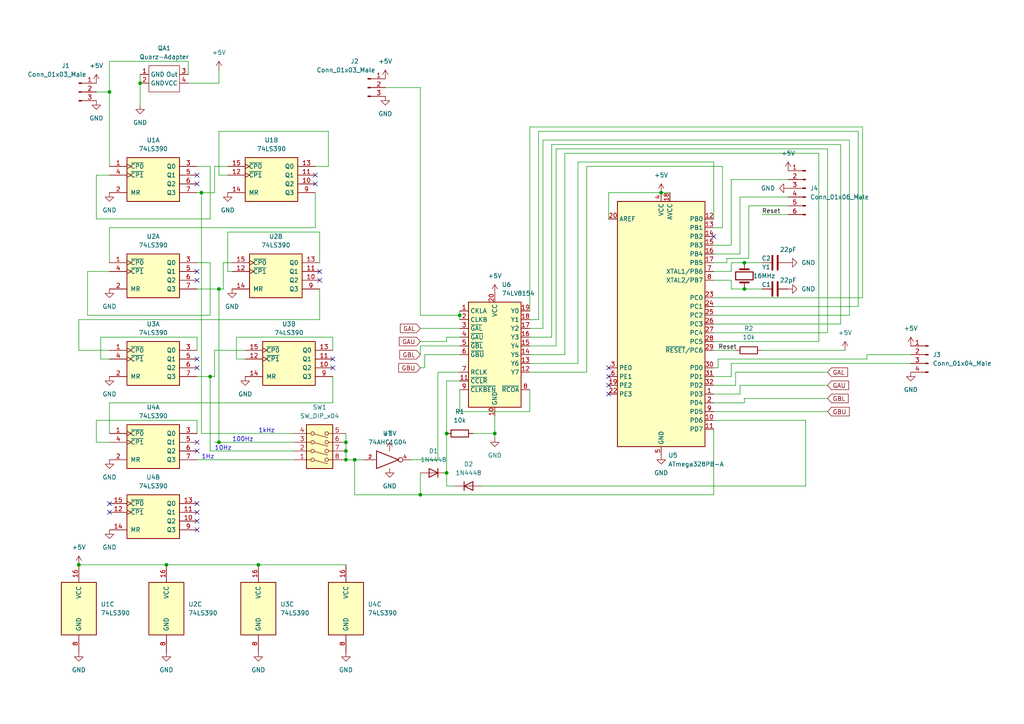
<source format=kicad_sch>
(kicad_sch (version 20211123) (generator eeschema)

  (uuid 7eeb6cb4-d8a4-473b-80ce-34c351532e6d)

  (paper "A4")

  (lib_symbols
    (symbol "74xGxx:74AHC1G04" (pin_names (offset 1.016)) (in_bom yes) (on_board yes)
      (property "Reference" "U" (id 0) (at -2.54 3.81 0)
        (effects (font (size 1.27 1.27)))
      )
      (property "Value" "74AHC1G04" (id 1) (at 0 -3.81 0)
        (effects (font (size 1.27 1.27)))
      )
      (property "Footprint" "" (id 2) (at 0 0 0)
        (effects (font (size 1.27 1.27)) hide)
      )
      (property "Datasheet" "http://www.ti.com/lit/sg/scyt129e/scyt129e.pdf" (id 3) (at 0 0 0)
        (effects (font (size 1.27 1.27)) hide)
      )
      (property "ki_keywords" "Single Gate NOT LVC CMOS" (id 4) (at 0 0 0)
        (effects (font (size 1.27 1.27)) hide)
      )
      (property "ki_description" "Single NOT Gate, Low-Voltage CMOS" (id 5) (at 0 0 0)
        (effects (font (size 1.27 1.27)) hide)
      )
      (property "ki_fp_filters" "SOT* SG-*" (id 6) (at 0 0 0)
        (effects (font (size 1.27 1.27)) hide)
      )
      (symbol "74AHC1G04_0_1"
        (polyline
          (pts
            (xy -3.81 2.54)
            (xy -3.81 -2.54)
            (xy 2.54 0)
            (xy -3.81 2.54)
          )
          (stroke (width 0.254) (type default) (color 0 0 0 0))
          (fill (type none))
        )
      )
      (symbol "74AHC1G04_1_1"
        (pin input line (at -7.62 0 0) (length 3.81)
          (name "~" (effects (font (size 1.016 1.016))))
          (number "2" (effects (font (size 1.016 1.016))))
        )
        (pin power_in line (at 0 -2.54 270) (length 0) hide
          (name "GND" (effects (font (size 1.016 1.016))))
          (number "3" (effects (font (size 1.016 1.016))))
        )
        (pin output inverted (at 6.35 0 180) (length 3.81)
          (name "~" (effects (font (size 1.016 1.016))))
          (number "4" (effects (font (size 1.016 1.016))))
        )
        (pin power_in line (at 0 2.54 90) (length 0) hide
          (name "VCC" (effects (font (size 1.016 1.016))))
          (number "5" (effects (font (size 1.016 1.016))))
        )
      )
    )
    (symbol "74xx:74LS390" (pin_names (offset 1.016)) (in_bom yes) (on_board yes)
      (property "Reference" "U" (id 0) (at -7.62 8.89 0)
        (effects (font (size 1.27 1.27)))
      )
      (property "Value" "74LS390" (id 1) (at -7.62 -8.89 0)
        (effects (font (size 1.27 1.27)))
      )
      (property "Footprint" "" (id 2) (at 0 0 0)
        (effects (font (size 1.27 1.27)) hide)
      )
      (property "Datasheet" "http://www.ti.com/lit/gpn/sn74LS390" (id 3) (at 0 0 0)
        (effects (font (size 1.27 1.27)) hide)
      )
      (property "ki_locked" "" (id 4) (at 0 0 0)
        (effects (font (size 1.27 1.27)))
      )
      (property "ki_keywords" "TTL CNT CNT4" (id 5) (at 0 0 0)
        (effects (font (size 1.27 1.27)) hide)
      )
      (property "ki_description" "Dual BCD 4-bit counter" (id 6) (at 0 0 0)
        (effects (font (size 1.27 1.27)) hide)
      )
      (property "ki_fp_filters" "DIP?16*" (id 7) (at 0 0 0)
        (effects (font (size 1.27 1.27)) hide)
      )
      (symbol "74LS390_1_0"
        (pin input clock (at -12.7 2.54 0) (length 5.08)
          (name "~{CP0}" (effects (font (size 1.27 1.27))))
          (number "1" (effects (font (size 1.27 1.27))))
        )
        (pin input line (at -12.7 -5.08 0) (length 5.08)
          (name "MR" (effects (font (size 1.27 1.27))))
          (number "2" (effects (font (size 1.27 1.27))))
        )
        (pin output line (at 12.7 2.54 180) (length 5.08)
          (name "Q0" (effects (font (size 1.27 1.27))))
          (number "3" (effects (font (size 1.27 1.27))))
        )
        (pin input clock (at -12.7 0 0) (length 5.08)
          (name "~{CP1}" (effects (font (size 1.27 1.27))))
          (number "4" (effects (font (size 1.27 1.27))))
        )
        (pin output line (at 12.7 0 180) (length 5.08)
          (name "Q1" (effects (font (size 1.27 1.27))))
          (number "5" (effects (font (size 1.27 1.27))))
        )
        (pin output line (at 12.7 -2.54 180) (length 5.08)
          (name "Q2" (effects (font (size 1.27 1.27))))
          (number "6" (effects (font (size 1.27 1.27))))
        )
        (pin output line (at 12.7 -5.08 180) (length 5.08)
          (name "Q3" (effects (font (size 1.27 1.27))))
          (number "7" (effects (font (size 1.27 1.27))))
        )
      )
      (symbol "74LS390_1_1"
        (rectangle (start -7.62 5.08) (end 7.62 -7.62)
          (stroke (width 0.254) (type default) (color 0 0 0 0))
          (fill (type background))
        )
      )
      (symbol "74LS390_2_0"
        (pin output line (at 12.7 -2.54 180) (length 5.08)
          (name "Q2" (effects (font (size 1.27 1.27))))
          (number "10" (effects (font (size 1.27 1.27))))
        )
        (pin output line (at 12.7 0 180) (length 5.08)
          (name "Q1" (effects (font (size 1.27 1.27))))
          (number "11" (effects (font (size 1.27 1.27))))
        )
        (pin input clock (at -12.7 0 0) (length 5.08)
          (name "~{CP1}" (effects (font (size 1.27 1.27))))
          (number "12" (effects (font (size 1.27 1.27))))
        )
        (pin output line (at 12.7 2.54 180) (length 5.08)
          (name "Q0" (effects (font (size 1.27 1.27))))
          (number "13" (effects (font (size 1.27 1.27))))
        )
        (pin input line (at -12.7 -5.08 0) (length 5.08)
          (name "MR" (effects (font (size 1.27 1.27))))
          (number "14" (effects (font (size 1.27 1.27))))
        )
        (pin input clock (at -12.7 2.54 0) (length 5.08)
          (name "~{CP0}" (effects (font (size 1.27 1.27))))
          (number "15" (effects (font (size 1.27 1.27))))
        )
        (pin output line (at 12.7 -5.08 180) (length 5.08)
          (name "Q3" (effects (font (size 1.27 1.27))))
          (number "9" (effects (font (size 1.27 1.27))))
        )
      )
      (symbol "74LS390_2_1"
        (rectangle (start -7.62 5.08) (end 7.62 -7.62)
          (stroke (width 0.254) (type default) (color 0 0 0 0))
          (fill (type background))
        )
      )
      (symbol "74LS390_3_0"
        (pin power_in line (at 0 12.7 270) (length 5.08)
          (name "VCC" (effects (font (size 1.27 1.27))))
          (number "16" (effects (font (size 1.27 1.27))))
        )
        (pin power_in line (at 0 -12.7 90) (length 5.08)
          (name "GND" (effects (font (size 1.27 1.27))))
          (number "8" (effects (font (size 1.27 1.27))))
        )
      )
      (symbol "74LS390_3_1"
        (rectangle (start -5.08 7.62) (end 5.08 -7.62)
          (stroke (width 0.254) (type default) (color 0 0 0 0))
          (fill (type background))
        )
      )
    )
    (symbol "74xx:74LV8154" (in_bom yes) (on_board yes)
      (property "Reference" "U" (id 0) (at -6.35 16.51 0)
        (effects (font (size 1.27 1.27)))
      )
      (property "Value" "74LV8154" (id 1) (at 6.35 16.51 0)
        (effects (font (size 1.27 1.27)))
      )
      (property "Footprint" "" (id 2) (at -6.35 16.51 0)
        (effects (font (size 1.27 1.27)) hide)
      )
      (property "Datasheet" "http://www.ti.com/lit/ds/symlink/sn74lv8154.pdf" (id 3) (at -6.35 16.51 0)
        (effects (font (size 1.27 1.27)) hide)
      )
      (property "ki_keywords" "counter binary" (id 4) (at 0 0 0)
        (effects (font (size 1.27 1.27)) hide)
      )
      (property "ki_description" "Dual 16-bit binary counter" (id 5) (at 0 0 0)
        (effects (font (size 1.27 1.27)) hide)
      )
      (property "ki_fp_filters" "TSSOP*4.4x6.5mm*P0.65mm* DIP*W7.62mm*" (id 6) (at 0 0 0)
        (effects (font (size 1.27 1.27)) hide)
      )
      (symbol "74LV8154_0_1"
        (rectangle (start -7.62 15.24) (end 7.62 -15.24)
          (stroke (width 0.254) (type default) (color 0 0 0 0))
          (fill (type background))
        )
      )
      (symbol "74LV8154_1_1"
        (pin input line (at -10.16 12.7 0) (length 2.54)
          (name "CKLA" (effects (font (size 1.27 1.27))))
          (number "1" (effects (font (size 1.27 1.27))))
        )
        (pin power_in line (at 0 -17.78 90) (length 2.54)
          (name "GND" (effects (font (size 1.27 1.27))))
          (number "10" (effects (font (size 1.27 1.27))))
        )
        (pin input line (at -10.16 -7.62 0) (length 2.54)
          (name "~{CCLR}" (effects (font (size 1.27 1.27))))
          (number "11" (effects (font (size 1.27 1.27))))
        )
        (pin output line (at 10.16 -5.08 180) (length 2.54)
          (name "Y7" (effects (font (size 1.27 1.27))))
          (number "12" (effects (font (size 1.27 1.27))))
        )
        (pin output line (at 10.16 -2.54 180) (length 2.54)
          (name "Y6" (effects (font (size 1.27 1.27))))
          (number "13" (effects (font (size 1.27 1.27))))
        )
        (pin output line (at 10.16 0 180) (length 2.54)
          (name "Y5" (effects (font (size 1.27 1.27))))
          (number "14" (effects (font (size 1.27 1.27))))
        )
        (pin output line (at 10.16 2.54 180) (length 2.54)
          (name "Y4" (effects (font (size 1.27 1.27))))
          (number "15" (effects (font (size 1.27 1.27))))
        )
        (pin output line (at 10.16 5.08 180) (length 2.54)
          (name "Y3" (effects (font (size 1.27 1.27))))
          (number "16" (effects (font (size 1.27 1.27))))
        )
        (pin output line (at 10.16 7.62 180) (length 2.54)
          (name "Y2" (effects (font (size 1.27 1.27))))
          (number "17" (effects (font (size 1.27 1.27))))
        )
        (pin output line (at 10.16 10.16 180) (length 2.54)
          (name "Y1" (effects (font (size 1.27 1.27))))
          (number "18" (effects (font (size 1.27 1.27))))
        )
        (pin output line (at 10.16 12.7 180) (length 2.54)
          (name "Y0" (effects (font (size 1.27 1.27))))
          (number "19" (effects (font (size 1.27 1.27))))
        )
        (pin input line (at -10.16 10.16 0) (length 2.54)
          (name "CLKB" (effects (font (size 1.27 1.27))))
          (number "2" (effects (font (size 1.27 1.27))))
        )
        (pin power_in line (at 0 17.78 270) (length 2.54)
          (name "VCC" (effects (font (size 1.27 1.27))))
          (number "20" (effects (font (size 1.27 1.27))))
        )
        (pin input line (at -10.16 7.62 0) (length 2.54)
          (name "~{GAL}" (effects (font (size 1.27 1.27))))
          (number "3" (effects (font (size 1.27 1.27))))
        )
        (pin input line (at -10.16 5.08 0) (length 2.54)
          (name "~{GAU}" (effects (font (size 1.27 1.27))))
          (number "4" (effects (font (size 1.27 1.27))))
        )
        (pin input line (at -10.16 2.54 0) (length 2.54)
          (name "~{GBL}" (effects (font (size 1.27 1.27))))
          (number "5" (effects (font (size 1.27 1.27))))
        )
        (pin input line (at -10.16 0 0) (length 2.54)
          (name "~{GBU}" (effects (font (size 1.27 1.27))))
          (number "6" (effects (font (size 1.27 1.27))))
        )
        (pin input line (at -10.16 -5.08 0) (length 2.54)
          (name "RCLK" (effects (font (size 1.27 1.27))))
          (number "7" (effects (font (size 1.27 1.27))))
        )
        (pin output line (at 10.16 -10.16 180) (length 2.54)
          (name "~{RCOA}" (effects (font (size 1.27 1.27))))
          (number "8" (effects (font (size 1.27 1.27))))
        )
        (pin input line (at -10.16 -10.16 0) (length 2.54)
          (name "~{CLKBEN}" (effects (font (size 1.27 1.27))))
          (number "9" (effects (font (size 1.27 1.27))))
        )
      )
    )
    (symbol "Connector:Conn_01x03_Male" (pin_names (offset 1.016) hide) (in_bom yes) (on_board yes)
      (property "Reference" "J" (id 0) (at 0 5.08 0)
        (effects (font (size 1.27 1.27)))
      )
      (property "Value" "Conn_01x03_Male" (id 1) (at 0 -5.08 0)
        (effects (font (size 1.27 1.27)))
      )
      (property "Footprint" "" (id 2) (at 0 0 0)
        (effects (font (size 1.27 1.27)) hide)
      )
      (property "Datasheet" "~" (id 3) (at 0 0 0)
        (effects (font (size 1.27 1.27)) hide)
      )
      (property "ki_keywords" "connector" (id 4) (at 0 0 0)
        (effects (font (size 1.27 1.27)) hide)
      )
      (property "ki_description" "Generic connector, single row, 01x03, script generated (kicad-library-utils/schlib/autogen/connector/)" (id 5) (at 0 0 0)
        (effects (font (size 1.27 1.27)) hide)
      )
      (property "ki_fp_filters" "Connector*:*_1x??_*" (id 6) (at 0 0 0)
        (effects (font (size 1.27 1.27)) hide)
      )
      (symbol "Conn_01x03_Male_1_1"
        (polyline
          (pts
            (xy 1.27 -2.54)
            (xy 0.8636 -2.54)
          )
          (stroke (width 0.1524) (type default) (color 0 0 0 0))
          (fill (type none))
        )
        (polyline
          (pts
            (xy 1.27 0)
            (xy 0.8636 0)
          )
          (stroke (width 0.1524) (type default) (color 0 0 0 0))
          (fill (type none))
        )
        (polyline
          (pts
            (xy 1.27 2.54)
            (xy 0.8636 2.54)
          )
          (stroke (width 0.1524) (type default) (color 0 0 0 0))
          (fill (type none))
        )
        (rectangle (start 0.8636 -2.413) (end 0 -2.667)
          (stroke (width 0.1524) (type default) (color 0 0 0 0))
          (fill (type outline))
        )
        (rectangle (start 0.8636 0.127) (end 0 -0.127)
          (stroke (width 0.1524) (type default) (color 0 0 0 0))
          (fill (type outline))
        )
        (rectangle (start 0.8636 2.667) (end 0 2.413)
          (stroke (width 0.1524) (type default) (color 0 0 0 0))
          (fill (type outline))
        )
        (pin passive line (at 5.08 2.54 180) (length 3.81)
          (name "Pin_1" (effects (font (size 1.27 1.27))))
          (number "1" (effects (font (size 1.27 1.27))))
        )
        (pin passive line (at 5.08 0 180) (length 3.81)
          (name "Pin_2" (effects (font (size 1.27 1.27))))
          (number "2" (effects (font (size 1.27 1.27))))
        )
        (pin passive line (at 5.08 -2.54 180) (length 3.81)
          (name "Pin_3" (effects (font (size 1.27 1.27))))
          (number "3" (effects (font (size 1.27 1.27))))
        )
      )
    )
    (symbol "Connector:Conn_01x04_Male" (pin_names (offset 1.016) hide) (in_bom yes) (on_board yes)
      (property "Reference" "J" (id 0) (at 0 5.08 0)
        (effects (font (size 1.27 1.27)))
      )
      (property "Value" "Conn_01x04_Male" (id 1) (at 0 -7.62 0)
        (effects (font (size 1.27 1.27)))
      )
      (property "Footprint" "" (id 2) (at 0 0 0)
        (effects (font (size 1.27 1.27)) hide)
      )
      (property "Datasheet" "~" (id 3) (at 0 0 0)
        (effects (font (size 1.27 1.27)) hide)
      )
      (property "ki_keywords" "connector" (id 4) (at 0 0 0)
        (effects (font (size 1.27 1.27)) hide)
      )
      (property "ki_description" "Generic connector, single row, 01x04, script generated (kicad-library-utils/schlib/autogen/connector/)" (id 5) (at 0 0 0)
        (effects (font (size 1.27 1.27)) hide)
      )
      (property "ki_fp_filters" "Connector*:*_1x??_*" (id 6) (at 0 0 0)
        (effects (font (size 1.27 1.27)) hide)
      )
      (symbol "Conn_01x04_Male_1_1"
        (polyline
          (pts
            (xy 1.27 -5.08)
            (xy 0.8636 -5.08)
          )
          (stroke (width 0.1524) (type default) (color 0 0 0 0))
          (fill (type none))
        )
        (polyline
          (pts
            (xy 1.27 -2.54)
            (xy 0.8636 -2.54)
          )
          (stroke (width 0.1524) (type default) (color 0 0 0 0))
          (fill (type none))
        )
        (polyline
          (pts
            (xy 1.27 0)
            (xy 0.8636 0)
          )
          (stroke (width 0.1524) (type default) (color 0 0 0 0))
          (fill (type none))
        )
        (polyline
          (pts
            (xy 1.27 2.54)
            (xy 0.8636 2.54)
          )
          (stroke (width 0.1524) (type default) (color 0 0 0 0))
          (fill (type none))
        )
        (rectangle (start 0.8636 -4.953) (end 0 -5.207)
          (stroke (width 0.1524) (type default) (color 0 0 0 0))
          (fill (type outline))
        )
        (rectangle (start 0.8636 -2.413) (end 0 -2.667)
          (stroke (width 0.1524) (type default) (color 0 0 0 0))
          (fill (type outline))
        )
        (rectangle (start 0.8636 0.127) (end 0 -0.127)
          (stroke (width 0.1524) (type default) (color 0 0 0 0))
          (fill (type outline))
        )
        (rectangle (start 0.8636 2.667) (end 0 2.413)
          (stroke (width 0.1524) (type default) (color 0 0 0 0))
          (fill (type outline))
        )
        (pin passive line (at 5.08 2.54 180) (length 3.81)
          (name "Pin_1" (effects (font (size 1.27 1.27))))
          (number "1" (effects (font (size 1.27 1.27))))
        )
        (pin passive line (at 5.08 0 180) (length 3.81)
          (name "Pin_2" (effects (font (size 1.27 1.27))))
          (number "2" (effects (font (size 1.27 1.27))))
        )
        (pin passive line (at 5.08 -2.54 180) (length 3.81)
          (name "Pin_3" (effects (font (size 1.27 1.27))))
          (number "3" (effects (font (size 1.27 1.27))))
        )
        (pin passive line (at 5.08 -5.08 180) (length 3.81)
          (name "Pin_4" (effects (font (size 1.27 1.27))))
          (number "4" (effects (font (size 1.27 1.27))))
        )
      )
    )
    (symbol "Connector:Conn_01x06_Male" (pin_names (offset 1.016) hide) (in_bom yes) (on_board yes)
      (property "Reference" "J" (id 0) (at 0 7.62 0)
        (effects (font (size 1.27 1.27)))
      )
      (property "Value" "Conn_01x06_Male" (id 1) (at 0 -10.16 0)
        (effects (font (size 1.27 1.27)))
      )
      (property "Footprint" "" (id 2) (at 0 0 0)
        (effects (font (size 1.27 1.27)) hide)
      )
      (property "Datasheet" "~" (id 3) (at 0 0 0)
        (effects (font (size 1.27 1.27)) hide)
      )
      (property "ki_keywords" "connector" (id 4) (at 0 0 0)
        (effects (font (size 1.27 1.27)) hide)
      )
      (property "ki_description" "Generic connector, single row, 01x06, script generated (kicad-library-utils/schlib/autogen/connector/)" (id 5) (at 0 0 0)
        (effects (font (size 1.27 1.27)) hide)
      )
      (property "ki_fp_filters" "Connector*:*_1x??_*" (id 6) (at 0 0 0)
        (effects (font (size 1.27 1.27)) hide)
      )
      (symbol "Conn_01x06_Male_1_1"
        (polyline
          (pts
            (xy 1.27 -7.62)
            (xy 0.8636 -7.62)
          )
          (stroke (width 0.1524) (type default) (color 0 0 0 0))
          (fill (type none))
        )
        (polyline
          (pts
            (xy 1.27 -5.08)
            (xy 0.8636 -5.08)
          )
          (stroke (width 0.1524) (type default) (color 0 0 0 0))
          (fill (type none))
        )
        (polyline
          (pts
            (xy 1.27 -2.54)
            (xy 0.8636 -2.54)
          )
          (stroke (width 0.1524) (type default) (color 0 0 0 0))
          (fill (type none))
        )
        (polyline
          (pts
            (xy 1.27 0)
            (xy 0.8636 0)
          )
          (stroke (width 0.1524) (type default) (color 0 0 0 0))
          (fill (type none))
        )
        (polyline
          (pts
            (xy 1.27 2.54)
            (xy 0.8636 2.54)
          )
          (stroke (width 0.1524) (type default) (color 0 0 0 0))
          (fill (type none))
        )
        (polyline
          (pts
            (xy 1.27 5.08)
            (xy 0.8636 5.08)
          )
          (stroke (width 0.1524) (type default) (color 0 0 0 0))
          (fill (type none))
        )
        (rectangle (start 0.8636 -7.493) (end 0 -7.747)
          (stroke (width 0.1524) (type default) (color 0 0 0 0))
          (fill (type outline))
        )
        (rectangle (start 0.8636 -4.953) (end 0 -5.207)
          (stroke (width 0.1524) (type default) (color 0 0 0 0))
          (fill (type outline))
        )
        (rectangle (start 0.8636 -2.413) (end 0 -2.667)
          (stroke (width 0.1524) (type default) (color 0 0 0 0))
          (fill (type outline))
        )
        (rectangle (start 0.8636 0.127) (end 0 -0.127)
          (stroke (width 0.1524) (type default) (color 0 0 0 0))
          (fill (type outline))
        )
        (rectangle (start 0.8636 2.667) (end 0 2.413)
          (stroke (width 0.1524) (type default) (color 0 0 0 0))
          (fill (type outline))
        )
        (rectangle (start 0.8636 5.207) (end 0 4.953)
          (stroke (width 0.1524) (type default) (color 0 0 0 0))
          (fill (type outline))
        )
        (pin passive line (at 5.08 5.08 180) (length 3.81)
          (name "Pin_1" (effects (font (size 1.27 1.27))))
          (number "1" (effects (font (size 1.27 1.27))))
        )
        (pin passive line (at 5.08 2.54 180) (length 3.81)
          (name "Pin_2" (effects (font (size 1.27 1.27))))
          (number "2" (effects (font (size 1.27 1.27))))
        )
        (pin passive line (at 5.08 0 180) (length 3.81)
          (name "Pin_3" (effects (font (size 1.27 1.27))))
          (number "3" (effects (font (size 1.27 1.27))))
        )
        (pin passive line (at 5.08 -2.54 180) (length 3.81)
          (name "Pin_4" (effects (font (size 1.27 1.27))))
          (number "4" (effects (font (size 1.27 1.27))))
        )
        (pin passive line (at 5.08 -5.08 180) (length 3.81)
          (name "Pin_5" (effects (font (size 1.27 1.27))))
          (number "5" (effects (font (size 1.27 1.27))))
        )
        (pin passive line (at 5.08 -7.62 180) (length 3.81)
          (name "Pin_6" (effects (font (size 1.27 1.27))))
          (number "6" (effects (font (size 1.27 1.27))))
        )
      )
    )
    (symbol "Device:C" (pin_numbers hide) (pin_names (offset 0.254)) (in_bom yes) (on_board yes)
      (property "Reference" "C" (id 0) (at 0.635 2.54 0)
        (effects (font (size 1.27 1.27)) (justify left))
      )
      (property "Value" "C" (id 1) (at 0.635 -2.54 0)
        (effects (font (size 1.27 1.27)) (justify left))
      )
      (property "Footprint" "" (id 2) (at 0.9652 -3.81 0)
        (effects (font (size 1.27 1.27)) hide)
      )
      (property "Datasheet" "~" (id 3) (at 0 0 0)
        (effects (font (size 1.27 1.27)) hide)
      )
      (property "ki_keywords" "cap capacitor" (id 4) (at 0 0 0)
        (effects (font (size 1.27 1.27)) hide)
      )
      (property "ki_description" "Unpolarized capacitor" (id 5) (at 0 0 0)
        (effects (font (size 1.27 1.27)) hide)
      )
      (property "ki_fp_filters" "C_*" (id 6) (at 0 0 0)
        (effects (font (size 1.27 1.27)) hide)
      )
      (symbol "C_0_1"
        (polyline
          (pts
            (xy -2.032 -0.762)
            (xy 2.032 -0.762)
          )
          (stroke (width 0.508) (type default) (color 0 0 0 0))
          (fill (type none))
        )
        (polyline
          (pts
            (xy -2.032 0.762)
            (xy 2.032 0.762)
          )
          (stroke (width 0.508) (type default) (color 0 0 0 0))
          (fill (type none))
        )
      )
      (symbol "C_1_1"
        (pin passive line (at 0 3.81 270) (length 2.794)
          (name "~" (effects (font (size 1.27 1.27))))
          (number "1" (effects (font (size 1.27 1.27))))
        )
        (pin passive line (at 0 -3.81 90) (length 2.794)
          (name "~" (effects (font (size 1.27 1.27))))
          (number "2" (effects (font (size 1.27 1.27))))
        )
      )
    )
    (symbol "Device:Crystal" (pin_numbers hide) (pin_names (offset 1.016) hide) (in_bom yes) (on_board yes)
      (property "Reference" "Y" (id 0) (at 0 3.81 0)
        (effects (font (size 1.27 1.27)))
      )
      (property "Value" "Crystal" (id 1) (at 0 -3.81 0)
        (effects (font (size 1.27 1.27)))
      )
      (property "Footprint" "" (id 2) (at 0 0 0)
        (effects (font (size 1.27 1.27)) hide)
      )
      (property "Datasheet" "~" (id 3) (at 0 0 0)
        (effects (font (size 1.27 1.27)) hide)
      )
      (property "ki_keywords" "quartz ceramic resonator oscillator" (id 4) (at 0 0 0)
        (effects (font (size 1.27 1.27)) hide)
      )
      (property "ki_description" "Two pin crystal" (id 5) (at 0 0 0)
        (effects (font (size 1.27 1.27)) hide)
      )
      (property "ki_fp_filters" "Crystal*" (id 6) (at 0 0 0)
        (effects (font (size 1.27 1.27)) hide)
      )
      (symbol "Crystal_0_1"
        (rectangle (start -1.143 2.54) (end 1.143 -2.54)
          (stroke (width 0.3048) (type default) (color 0 0 0 0))
          (fill (type none))
        )
        (polyline
          (pts
            (xy -2.54 0)
            (xy -1.905 0)
          )
          (stroke (width 0) (type default) (color 0 0 0 0))
          (fill (type none))
        )
        (polyline
          (pts
            (xy -1.905 -1.27)
            (xy -1.905 1.27)
          )
          (stroke (width 0.508) (type default) (color 0 0 0 0))
          (fill (type none))
        )
        (polyline
          (pts
            (xy 1.905 -1.27)
            (xy 1.905 1.27)
          )
          (stroke (width 0.508) (type default) (color 0 0 0 0))
          (fill (type none))
        )
        (polyline
          (pts
            (xy 2.54 0)
            (xy 1.905 0)
          )
          (stroke (width 0) (type default) (color 0 0 0 0))
          (fill (type none))
        )
      )
      (symbol "Crystal_1_1"
        (pin passive line (at -3.81 0 0) (length 1.27)
          (name "1" (effects (font (size 1.27 1.27))))
          (number "1" (effects (font (size 1.27 1.27))))
        )
        (pin passive line (at 3.81 0 180) (length 1.27)
          (name "2" (effects (font (size 1.27 1.27))))
          (number "2" (effects (font (size 1.27 1.27))))
        )
      )
    )
    (symbol "Device:R" (pin_numbers hide) (pin_names (offset 0)) (in_bom yes) (on_board yes)
      (property "Reference" "R" (id 0) (at 2.032 0 90)
        (effects (font (size 1.27 1.27)))
      )
      (property "Value" "R" (id 1) (at 0 0 90)
        (effects (font (size 1.27 1.27)))
      )
      (property "Footprint" "" (id 2) (at -1.778 0 90)
        (effects (font (size 1.27 1.27)) hide)
      )
      (property "Datasheet" "~" (id 3) (at 0 0 0)
        (effects (font (size 1.27 1.27)) hide)
      )
      (property "ki_keywords" "R res resistor" (id 4) (at 0 0 0)
        (effects (font (size 1.27 1.27)) hide)
      )
      (property "ki_description" "Resistor" (id 5) (at 0 0 0)
        (effects (font (size 1.27 1.27)) hide)
      )
      (property "ki_fp_filters" "R_*" (id 6) (at 0 0 0)
        (effects (font (size 1.27 1.27)) hide)
      )
      (symbol "R_0_1"
        (rectangle (start -1.016 -2.54) (end 1.016 2.54)
          (stroke (width 0.254) (type default) (color 0 0 0 0))
          (fill (type none))
        )
      )
      (symbol "R_1_1"
        (pin passive line (at 0 3.81 270) (length 1.27)
          (name "~" (effects (font (size 1.27 1.27))))
          (number "1" (effects (font (size 1.27 1.27))))
        )
        (pin passive line (at 0 -3.81 90) (length 1.27)
          (name "~" (effects (font (size 1.27 1.27))))
          (number "2" (effects (font (size 1.27 1.27))))
        )
      )
    )
    (symbol "Diode:1N4448" (pin_numbers hide) (pin_names (offset 1.016) hide) (in_bom yes) (on_board yes)
      (property "Reference" "D" (id 0) (at 0 2.54 0)
        (effects (font (size 1.27 1.27)))
      )
      (property "Value" "1N4448" (id 1) (at 0 -2.54 0)
        (effects (font (size 1.27 1.27)))
      )
      (property "Footprint" "Diode_THT:D_DO-35_SOD27_P7.62mm_Horizontal" (id 2) (at 0 -4.445 0)
        (effects (font (size 1.27 1.27)) hide)
      )
      (property "Datasheet" "https://assets.nexperia.com/documents/data-sheet/1N4148_1N4448.pdf" (id 3) (at 0 0 0)
        (effects (font (size 1.27 1.27)) hide)
      )
      (property "ki_keywords" "diode" (id 4) (at 0 0 0)
        (effects (font (size 1.27 1.27)) hide)
      )
      (property "ki_description" "100V 0.15A High-speed standard diode, DO-35" (id 5) (at 0 0 0)
        (effects (font (size 1.27 1.27)) hide)
      )
      (property "ki_fp_filters" "D*DO?35*" (id 6) (at 0 0 0)
        (effects (font (size 1.27 1.27)) hide)
      )
      (symbol "1N4448_0_1"
        (polyline
          (pts
            (xy -1.27 1.27)
            (xy -1.27 -1.27)
          )
          (stroke (width 0.254) (type default) (color 0 0 0 0))
          (fill (type none))
        )
        (polyline
          (pts
            (xy 1.27 0)
            (xy -1.27 0)
          )
          (stroke (width 0) (type default) (color 0 0 0 0))
          (fill (type none))
        )
        (polyline
          (pts
            (xy 1.27 1.27)
            (xy 1.27 -1.27)
            (xy -1.27 0)
            (xy 1.27 1.27)
          )
          (stroke (width 0.254) (type default) (color 0 0 0 0))
          (fill (type none))
        )
      )
      (symbol "1N4448_1_1"
        (pin passive line (at -3.81 0 0) (length 2.54)
          (name "K" (effects (font (size 1.27 1.27))))
          (number "1" (effects (font (size 1.27 1.27))))
        )
        (pin passive line (at 3.81 0 180) (length 2.54)
          (name "A" (effects (font (size 1.27 1.27))))
          (number "2" (effects (font (size 1.27 1.27))))
        )
      )
    )
    (symbol "MCU_Microchip_ATmega:ATmega328PB-A" (in_bom yes) (on_board yes)
      (property "Reference" "U" (id 0) (at -12.7 36.83 0)
        (effects (font (size 1.27 1.27)) (justify left bottom))
      )
      (property "Value" "ATmega328PB-A" (id 1) (at 2.54 -36.83 0)
        (effects (font (size 1.27 1.27)) (justify left top))
      )
      (property "Footprint" "Package_QFP:TQFP-32_7x7mm_P0.8mm" (id 2) (at 0 0 0)
        (effects (font (size 1.27 1.27) italic) hide)
      )
      (property "Datasheet" "http://ww1.microchip.com/downloads/en/DeviceDoc/40001906C.pdf" (id 3) (at 0 0 0)
        (effects (font (size 1.27 1.27)) hide)
      )
      (property "ki_keywords" "AVR 8bit Microcontroller MegaAVR" (id 4) (at 0 0 0)
        (effects (font (size 1.27 1.27)) hide)
      )
      (property "ki_description" "20MHz, 32kB Flash, 2kB SRAM, 1kB EEPROM, TQFP-32" (id 5) (at 0 0 0)
        (effects (font (size 1.27 1.27)) hide)
      )
      (property "ki_fp_filters" "TQFP*7x7mm*P0.8mm*" (id 6) (at 0 0 0)
        (effects (font (size 1.27 1.27)) hide)
      )
      (symbol "ATmega328PB-A_0_1"
        (rectangle (start -12.7 -35.56) (end 12.7 35.56)
          (stroke (width 0.254) (type default) (color 0 0 0 0))
          (fill (type background))
        )
      )
      (symbol "ATmega328PB-A_1_1"
        (pin bidirectional line (at 15.24 -20.32 180) (length 2.54)
          (name "PD3" (effects (font (size 1.27 1.27))))
          (number "1" (effects (font (size 1.27 1.27))))
        )
        (pin bidirectional line (at 15.24 -27.94 180) (length 2.54)
          (name "PD6" (effects (font (size 1.27 1.27))))
          (number "10" (effects (font (size 1.27 1.27))))
        )
        (pin bidirectional line (at 15.24 -30.48 180) (length 2.54)
          (name "PD7" (effects (font (size 1.27 1.27))))
          (number "11" (effects (font (size 1.27 1.27))))
        )
        (pin bidirectional line (at 15.24 30.48 180) (length 2.54)
          (name "PB0" (effects (font (size 1.27 1.27))))
          (number "12" (effects (font (size 1.27 1.27))))
        )
        (pin bidirectional line (at 15.24 27.94 180) (length 2.54)
          (name "PB1" (effects (font (size 1.27 1.27))))
          (number "13" (effects (font (size 1.27 1.27))))
        )
        (pin bidirectional line (at 15.24 25.4 180) (length 2.54)
          (name "PB2" (effects (font (size 1.27 1.27))))
          (number "14" (effects (font (size 1.27 1.27))))
        )
        (pin bidirectional line (at 15.24 22.86 180) (length 2.54)
          (name "PB3" (effects (font (size 1.27 1.27))))
          (number "15" (effects (font (size 1.27 1.27))))
        )
        (pin bidirectional line (at 15.24 20.32 180) (length 2.54)
          (name "PB4" (effects (font (size 1.27 1.27))))
          (number "16" (effects (font (size 1.27 1.27))))
        )
        (pin bidirectional line (at 15.24 17.78 180) (length 2.54)
          (name "PB5" (effects (font (size 1.27 1.27))))
          (number "17" (effects (font (size 1.27 1.27))))
        )
        (pin power_in line (at 2.54 38.1 270) (length 2.54)
          (name "AVCC" (effects (font (size 1.27 1.27))))
          (number "18" (effects (font (size 1.27 1.27))))
        )
        (pin bidirectional line (at -15.24 -17.78 0) (length 2.54)
          (name "PE2" (effects (font (size 1.27 1.27))))
          (number "19" (effects (font (size 1.27 1.27))))
        )
        (pin bidirectional line (at 15.24 -22.86 180) (length 2.54)
          (name "PD4" (effects (font (size 1.27 1.27))))
          (number "2" (effects (font (size 1.27 1.27))))
        )
        (pin passive line (at -15.24 30.48 0) (length 2.54)
          (name "AREF" (effects (font (size 1.27 1.27))))
          (number "20" (effects (font (size 1.27 1.27))))
        )
        (pin passive line (at 0 -38.1 90) (length 2.54) hide
          (name "GND" (effects (font (size 1.27 1.27))))
          (number "21" (effects (font (size 1.27 1.27))))
        )
        (pin bidirectional line (at -15.24 -20.32 0) (length 2.54)
          (name "PE3" (effects (font (size 1.27 1.27))))
          (number "22" (effects (font (size 1.27 1.27))))
        )
        (pin bidirectional line (at 15.24 7.62 180) (length 2.54)
          (name "PC0" (effects (font (size 1.27 1.27))))
          (number "23" (effects (font (size 1.27 1.27))))
        )
        (pin bidirectional line (at 15.24 5.08 180) (length 2.54)
          (name "PC1" (effects (font (size 1.27 1.27))))
          (number "24" (effects (font (size 1.27 1.27))))
        )
        (pin bidirectional line (at 15.24 2.54 180) (length 2.54)
          (name "PC2" (effects (font (size 1.27 1.27))))
          (number "25" (effects (font (size 1.27 1.27))))
        )
        (pin bidirectional line (at 15.24 0 180) (length 2.54)
          (name "PC3" (effects (font (size 1.27 1.27))))
          (number "26" (effects (font (size 1.27 1.27))))
        )
        (pin bidirectional line (at 15.24 -2.54 180) (length 2.54)
          (name "PC4" (effects (font (size 1.27 1.27))))
          (number "27" (effects (font (size 1.27 1.27))))
        )
        (pin bidirectional line (at 15.24 -5.08 180) (length 2.54)
          (name "PC5" (effects (font (size 1.27 1.27))))
          (number "28" (effects (font (size 1.27 1.27))))
        )
        (pin bidirectional line (at 15.24 -7.62 180) (length 2.54)
          (name "~{RESET}/PC6" (effects (font (size 1.27 1.27))))
          (number "29" (effects (font (size 1.27 1.27))))
        )
        (pin bidirectional line (at -15.24 -12.7 0) (length 2.54)
          (name "PE0" (effects (font (size 1.27 1.27))))
          (number "3" (effects (font (size 1.27 1.27))))
        )
        (pin bidirectional line (at 15.24 -12.7 180) (length 2.54)
          (name "PD0" (effects (font (size 1.27 1.27))))
          (number "30" (effects (font (size 1.27 1.27))))
        )
        (pin bidirectional line (at 15.24 -15.24 180) (length 2.54)
          (name "PD1" (effects (font (size 1.27 1.27))))
          (number "31" (effects (font (size 1.27 1.27))))
        )
        (pin bidirectional line (at 15.24 -17.78 180) (length 2.54)
          (name "PD2" (effects (font (size 1.27 1.27))))
          (number "32" (effects (font (size 1.27 1.27))))
        )
        (pin power_in line (at 0 38.1 270) (length 2.54)
          (name "VCC" (effects (font (size 1.27 1.27))))
          (number "4" (effects (font (size 1.27 1.27))))
        )
        (pin power_in line (at 0 -38.1 90) (length 2.54)
          (name "GND" (effects (font (size 1.27 1.27))))
          (number "5" (effects (font (size 1.27 1.27))))
        )
        (pin bidirectional line (at -15.24 -15.24 0) (length 2.54)
          (name "PE1" (effects (font (size 1.27 1.27))))
          (number "6" (effects (font (size 1.27 1.27))))
        )
        (pin bidirectional line (at 15.24 15.24 180) (length 2.54)
          (name "XTAL1/PB6" (effects (font (size 1.27 1.27))))
          (number "7" (effects (font (size 1.27 1.27))))
        )
        (pin bidirectional line (at 15.24 12.7 180) (length 2.54)
          (name "XTAL2/PB7" (effects (font (size 1.27 1.27))))
          (number "8" (effects (font (size 1.27 1.27))))
        )
        (pin bidirectional line (at 15.24 -25.4 180) (length 2.54)
          (name "PD5" (effects (font (size 1.27 1.27))))
          (number "9" (effects (font (size 1.27 1.27))))
        )
      )
    )
    (symbol "New_Library:Quarz-Adapter" (in_bom yes) (on_board yes)
      (property "Reference" "QA" (id 0) (at 8.89 15.24 0)
        (effects (font (size 1.27 1.27)))
      )
      (property "Value" "Quarz-Adapter" (id 1) (at 10.16 5.08 0)
        (effects (font (size 1.27 1.27)))
      )
      (property "Footprint" "" (id 2) (at 0 0 0)
        (effects (font (size 1.27 1.27)) hide)
      )
      (property "Datasheet" "" (id 3) (at 0 0 0)
        (effects (font (size 1.27 1.27)) hide)
      )
      (symbol "Quarz-Adapter_0_1"
        (rectangle (start 5.08 13.97) (end 13.97 6.35)
          (stroke (width 0) (type default) (color 0 0 0 0))
          (fill (type none))
        )
      )
      (symbol "Quarz-Adapter_1_1"
        (pin input line (at 2.54 11.43 0) (length 2.54)
          (name "GND" (effects (font (size 1.27 1.27))))
          (number "1" (effects (font (size 1.27 1.27))))
        )
        (pin input line (at 2.54 8.89 0) (length 2.54)
          (name "GND" (effects (font (size 1.27 1.27))))
          (number "2" (effects (font (size 1.27 1.27))))
        )
        (pin output line (at 16.51 11.43 180) (length 2.54)
          (name "Out" (effects (font (size 1.27 1.27))))
          (number "3" (effects (font (size 1.27 1.27))))
        )
        (pin input line (at 16.51 8.89 180) (length 2.54)
          (name "VCC" (effects (font (size 1.27 1.27))))
          (number "4" (effects (font (size 1.27 1.27))))
        )
      )
    )
    (symbol "Switch:SW_DIP_x04" (pin_names (offset 0) hide) (in_bom yes) (on_board yes)
      (property "Reference" "SW" (id 0) (at 0 8.89 0)
        (effects (font (size 1.27 1.27)))
      )
      (property "Value" "SW_DIP_x04" (id 1) (at 0 -6.35 0)
        (effects (font (size 1.27 1.27)))
      )
      (property "Footprint" "" (id 2) (at 0 0 0)
        (effects (font (size 1.27 1.27)) hide)
      )
      (property "Datasheet" "~" (id 3) (at 0 0 0)
        (effects (font (size 1.27 1.27)) hide)
      )
      (property "ki_keywords" "dip switch" (id 4) (at 0 0 0)
        (effects (font (size 1.27 1.27)) hide)
      )
      (property "ki_description" "4x DIP Switch, Single Pole Single Throw (SPST) switch, small symbol" (id 5) (at 0 0 0)
        (effects (font (size 1.27 1.27)) hide)
      )
      (property "ki_fp_filters" "SW?DIP?x4*" (id 6) (at 0 0 0)
        (effects (font (size 1.27 1.27)) hide)
      )
      (symbol "SW_DIP_x04_0_0"
        (circle (center -2.032 -2.54) (radius 0.508)
          (stroke (width 0) (type default) (color 0 0 0 0))
          (fill (type none))
        )
        (circle (center -2.032 0) (radius 0.508)
          (stroke (width 0) (type default) (color 0 0 0 0))
          (fill (type none))
        )
        (circle (center -2.032 2.54) (radius 0.508)
          (stroke (width 0) (type default) (color 0 0 0 0))
          (fill (type none))
        )
        (circle (center -2.032 5.08) (radius 0.508)
          (stroke (width 0) (type default) (color 0 0 0 0))
          (fill (type none))
        )
        (polyline
          (pts
            (xy -1.524 -2.3876)
            (xy 2.3622 -1.3462)
          )
          (stroke (width 0) (type default) (color 0 0 0 0))
          (fill (type none))
        )
        (polyline
          (pts
            (xy -1.524 0.127)
            (xy 2.3622 1.1684)
          )
          (stroke (width 0) (type default) (color 0 0 0 0))
          (fill (type none))
        )
        (polyline
          (pts
            (xy -1.524 2.667)
            (xy 2.3622 3.7084)
          )
          (stroke (width 0) (type default) (color 0 0 0 0))
          (fill (type none))
        )
        (polyline
          (pts
            (xy -1.524 5.207)
            (xy 2.3622 6.2484)
          )
          (stroke (width 0) (type default) (color 0 0 0 0))
          (fill (type none))
        )
        (circle (center 2.032 -2.54) (radius 0.508)
          (stroke (width 0) (type default) (color 0 0 0 0))
          (fill (type none))
        )
        (circle (center 2.032 0) (radius 0.508)
          (stroke (width 0) (type default) (color 0 0 0 0))
          (fill (type none))
        )
        (circle (center 2.032 2.54) (radius 0.508)
          (stroke (width 0) (type default) (color 0 0 0 0))
          (fill (type none))
        )
        (circle (center 2.032 5.08) (radius 0.508)
          (stroke (width 0) (type default) (color 0 0 0 0))
          (fill (type none))
        )
      )
      (symbol "SW_DIP_x04_0_1"
        (rectangle (start -3.81 7.62) (end 3.81 -5.08)
          (stroke (width 0.254) (type default) (color 0 0 0 0))
          (fill (type background))
        )
      )
      (symbol "SW_DIP_x04_1_1"
        (pin passive line (at -7.62 5.08 0) (length 5.08)
          (name "~" (effects (font (size 1.27 1.27))))
          (number "1" (effects (font (size 1.27 1.27))))
        )
        (pin passive line (at -7.62 2.54 0) (length 5.08)
          (name "~" (effects (font (size 1.27 1.27))))
          (number "2" (effects (font (size 1.27 1.27))))
        )
        (pin passive line (at -7.62 0 0) (length 5.08)
          (name "~" (effects (font (size 1.27 1.27))))
          (number "3" (effects (font (size 1.27 1.27))))
        )
        (pin passive line (at -7.62 -2.54 0) (length 5.08)
          (name "~" (effects (font (size 1.27 1.27))))
          (number "4" (effects (font (size 1.27 1.27))))
        )
        (pin passive line (at 7.62 -2.54 180) (length 5.08)
          (name "~" (effects (font (size 1.27 1.27))))
          (number "5" (effects (font (size 1.27 1.27))))
        )
        (pin passive line (at 7.62 0 180) (length 5.08)
          (name "~" (effects (font (size 1.27 1.27))))
          (number "6" (effects (font (size 1.27 1.27))))
        )
        (pin passive line (at 7.62 2.54 180) (length 5.08)
          (name "~" (effects (font (size 1.27 1.27))))
          (number "7" (effects (font (size 1.27 1.27))))
        )
        (pin passive line (at 7.62 5.08 180) (length 5.08)
          (name "~" (effects (font (size 1.27 1.27))))
          (number "8" (effects (font (size 1.27 1.27))))
        )
      )
    )
    (symbol "power:+5V" (power) (pin_names (offset 0)) (in_bom yes) (on_board yes)
      (property "Reference" "#PWR" (id 0) (at 0 -3.81 0)
        (effects (font (size 1.27 1.27)) hide)
      )
      (property "Value" "+5V" (id 1) (at 0 3.556 0)
        (effects (font (size 1.27 1.27)))
      )
      (property "Footprint" "" (id 2) (at 0 0 0)
        (effects (font (size 1.27 1.27)) hide)
      )
      (property "Datasheet" "" (id 3) (at 0 0 0)
        (effects (font (size 1.27 1.27)) hide)
      )
      (property "ki_keywords" "power-flag" (id 4) (at 0 0 0)
        (effects (font (size 1.27 1.27)) hide)
      )
      (property "ki_description" "Power symbol creates a global label with name \"+5V\"" (id 5) (at 0 0 0)
        (effects (font (size 1.27 1.27)) hide)
      )
      (symbol "+5V_0_1"
        (polyline
          (pts
            (xy -0.762 1.27)
            (xy 0 2.54)
          )
          (stroke (width 0) (type default) (color 0 0 0 0))
          (fill (type none))
        )
        (polyline
          (pts
            (xy 0 0)
            (xy 0 2.54)
          )
          (stroke (width 0) (type default) (color 0 0 0 0))
          (fill (type none))
        )
        (polyline
          (pts
            (xy 0 2.54)
            (xy 0.762 1.27)
          )
          (stroke (width 0) (type default) (color 0 0 0 0))
          (fill (type none))
        )
      )
      (symbol "+5V_1_1"
        (pin power_in line (at 0 0 90) (length 0) hide
          (name "+5V" (effects (font (size 1.27 1.27))))
          (number "1" (effects (font (size 1.27 1.27))))
        )
      )
    )
    (symbol "power:GND" (power) (pin_names (offset 0)) (in_bom yes) (on_board yes)
      (property "Reference" "#PWR" (id 0) (at 0 -6.35 0)
        (effects (font (size 1.27 1.27)) hide)
      )
      (property "Value" "GND" (id 1) (at 0 -3.81 0)
        (effects (font (size 1.27 1.27)))
      )
      (property "Footprint" "" (id 2) (at 0 0 0)
        (effects (font (size 1.27 1.27)) hide)
      )
      (property "Datasheet" "" (id 3) (at 0 0 0)
        (effects (font (size 1.27 1.27)) hide)
      )
      (property "ki_keywords" "power-flag" (id 4) (at 0 0 0)
        (effects (font (size 1.27 1.27)) hide)
      )
      (property "ki_description" "Power symbol creates a global label with name \"GND\" , ground" (id 5) (at 0 0 0)
        (effects (font (size 1.27 1.27)) hide)
      )
      (symbol "GND_0_1"
        (polyline
          (pts
            (xy 0 0)
            (xy 0 -1.27)
            (xy 1.27 -1.27)
            (xy 0 -2.54)
            (xy -1.27 -1.27)
            (xy 0 -1.27)
          )
          (stroke (width 0) (type default) (color 0 0 0 0))
          (fill (type none))
        )
      )
      (symbol "GND_1_1"
        (pin power_in line (at 0 0 270) (length 0) hide
          (name "GND" (effects (font (size 1.27 1.27))))
          (number "1" (effects (font (size 1.27 1.27))))
        )
      )
    )
  )


  (junction (at 215.9 76.2) (diameter 0) (color 0 0 0 0)
    (uuid 0449106d-0aa1-4dcb-8a90-ab50e465b575)
  )
  (junction (at 100.33 128.27) (diameter 0) (color 0 0 0 0)
    (uuid 127b6346-a5b5-49ba-822e-dddd962585f7)
  )
  (junction (at 40.64 24.13) (diameter 0) (color 0 0 0 0)
    (uuid 26676a58-d00c-4043-b8ce-fe6b36503b60)
  )
  (junction (at 63.5 128.27) (diameter 0) (color 0 0 0 0)
    (uuid 2b53f20a-d296-411c-92b3-6e4f088577e4)
  )
  (junction (at 143.51 125.73) (diameter 0) (color 0 0 0 0)
    (uuid 371da547-ce6c-46c8-ae3d-3fb675c63e3a)
  )
  (junction (at 100.33 130.81) (diameter 0) (color 0 0 0 0)
    (uuid 3854dcb4-a275-4ab2-9f82-8c840980a953)
  )
  (junction (at 191.77 55.88) (diameter 0) (color 0 0 0 0)
    (uuid 3e6e40c0-8a39-4c8c-81ae-8b609b99bc5b)
  )
  (junction (at 215.9 83.82) (diameter 0) (color 0 0 0 0)
    (uuid 4a0d81e2-2bf4-4a69-98d1-1e2a309babbd)
  )
  (junction (at 129.54 137.16) (diameter 0) (color 0 0 0 0)
    (uuid 4af70c98-78d9-44f9-9539-3fbb07f1b632)
  )
  (junction (at 31.75 26.67) (diameter 0) (color 0 0 0 0)
    (uuid 4fbaa363-7679-4d36-9a3a-bbc1904bf60f)
  )
  (junction (at 129.54 125.73) (diameter 0) (color 0 0 0 0)
    (uuid 79ae97be-61eb-444e-b751-1295a701ac69)
  )
  (junction (at 121.92 143.51) (diameter 0) (color 0 0 0 0)
    (uuid 8228dbed-5177-489f-881a-a3187cde8648)
  )
  (junction (at 133.35 91.44) (diameter 0) (color 0 0 0 0)
    (uuid 96d178d5-f5c2-404a-abc1-7fd4e8a303d7)
  )
  (junction (at 74.93 163.83) (diameter 0) (color 0 0 0 0)
    (uuid aee468d5-ba38-48ca-99a2-97c9ce58751e)
  )
  (junction (at 22.86 163.83) (diameter 0) (color 0 0 0 0)
    (uuid b1e59be6-5d3f-4521-8738-b43a0a825dcd)
  )
  (junction (at 48.26 163.83) (diameter 0) (color 0 0 0 0)
    (uuid c6a7853b-2e32-465e-af2a-dbfc698167a7)
  )
  (junction (at 102.87 133.35) (diameter 0) (color 0 0 0 0)
    (uuid c85fa06d-8870-416b-8fc2-e766ebf55dc9)
  )
  (junction (at 60.96 109.22) (diameter 0) (color 0 0 0 0)
    (uuid e3feb232-6e7c-477c-b48d-43e40312cb5f)
  )
  (junction (at 63.5 83.82) (diameter 0) (color 0 0 0 0)
    (uuid e584ec67-b695-401c-9a6f-8359faacd9e6)
  )
  (junction (at 100.33 133.35) (diameter 0) (color 0 0 0 0)
    (uuid f4b4f114-9884-4563-8740-7c1617ba71a8)
  )
  (junction (at 58.42 55.88) (diameter 0) (color 0 0 0 0)
    (uuid fcadc070-9292-44c3-9d64-dbd06449496b)
  )

  (no_connect (at 207.01 68.58) (uuid 0233254c-96a0-4c49-8c07-ecd88a481757))
  (no_connect (at 57.15 53.34) (uuid 0ea4d0d4-7376-4c06-ba08-01dacfb65203))
  (no_connect (at 57.15 50.8) (uuid 0ea4d0d4-7376-4c06-ba08-01dacfb65204))
  (no_connect (at 91.44 50.8) (uuid 9602c540-ab7e-4ee6-8301-8ae828dfee92))
  (no_connect (at 91.44 53.34) (uuid 9602c540-ab7e-4ee6-8301-8ae828dfee93))
  (no_connect (at 57.15 104.14) (uuid ce87bcfa-9fdb-463c-8f04-4e020a9dfa00))
  (no_connect (at 57.15 106.68) (uuid ce87bcfa-9fdb-463c-8f04-4e020a9dfa01))
  (no_connect (at 57.15 130.81) (uuid ce87bcfa-9fdb-463c-8f04-4e020a9dfa02))
  (no_connect (at 57.15 128.27) (uuid ce87bcfa-9fdb-463c-8f04-4e020a9dfa03))
  (no_connect (at 57.15 78.74) (uuid ce87bcfa-9fdb-463c-8f04-4e020a9dfa04))
  (no_connect (at 57.15 81.28) (uuid ce87bcfa-9fdb-463c-8f04-4e020a9dfa05))
  (no_connect (at 96.52 106.68) (uuid ce87bcfa-9fdb-463c-8f04-4e020a9dfa06))
  (no_connect (at 96.52 104.14) (uuid ce87bcfa-9fdb-463c-8f04-4e020a9dfa07))
  (no_connect (at 92.71 81.28) (uuid ce87bcfa-9fdb-463c-8f04-4e020a9dfa08))
  (no_connect (at 92.71 78.74) (uuid ce87bcfa-9fdb-463c-8f04-4e020a9dfa09))
  (no_connect (at 57.15 146.05) (uuid ce87bcfa-9fdb-463c-8f04-4e020a9dfa0a))
  (no_connect (at 31.75 148.59) (uuid ce87bcfa-9fdb-463c-8f04-4e020a9dfa0b))
  (no_connect (at 31.75 146.05) (uuid ce87bcfa-9fdb-463c-8f04-4e020a9dfa0c))
  (no_connect (at 57.15 151.13) (uuid ce87bcfa-9fdb-463c-8f04-4e020a9dfa0d))
  (no_connect (at 57.15 153.67) (uuid ce87bcfa-9fdb-463c-8f04-4e020a9dfa0e))
  (no_connect (at 57.15 148.59) (uuid ce87bcfa-9fdb-463c-8f04-4e020a9dfa0f))
  (no_connect (at 176.53 106.68) (uuid ce87bcfa-9fdb-463c-8f04-4e020a9dfa10))
  (no_connect (at 176.53 109.22) (uuid ce87bcfa-9fdb-463c-8f04-4e020a9dfa15))
  (no_connect (at 176.53 114.3) (uuid ce87bcfa-9fdb-463c-8f04-4e020a9dfa16))
  (no_connect (at 176.53 111.76) (uuid ce87bcfa-9fdb-463c-8f04-4e020a9dfa17))

  (wire (pts (xy 119.38 133.35) (xy 127 133.35))
    (stroke (width 0) (type default) (color 0 0 0 0))
    (uuid 021eea53-1f2f-4b75-bb00-30999d46333e)
  )
  (wire (pts (xy 100.33 125.73) (xy 100.33 128.27))
    (stroke (width 0) (type default) (color 0 0 0 0))
    (uuid 03124afa-6786-4725-a3b2-2a26c3defe59)
  )
  (wire (pts (xy 207.01 71.12) (xy 212.09 71.12))
    (stroke (width 0) (type default) (color 0 0 0 0))
    (uuid 041da7d2-0569-4805-ab80-45198f59f50a)
  )
  (wire (pts (xy 212.09 105.41) (xy 212.09 109.22))
    (stroke (width 0) (type default) (color 0 0 0 0))
    (uuid 065f4b01-379c-4979-af02-d8bdb05f48e7)
  )
  (wire (pts (xy 66.04 50.8) (xy 63.5 50.8))
    (stroke (width 0) (type default) (color 0 0 0 0))
    (uuid 07a11fa4-f5b1-4d8d-973c-5957c6f5b229)
  )
  (wire (pts (xy 228.6 59.69) (xy 217.17 59.69))
    (stroke (width 0) (type default) (color 0 0 0 0))
    (uuid 0a345e90-8041-42a7-b36b-bd440099496d)
  )
  (wire (pts (xy 207.01 78.74) (xy 212.09 78.74))
    (stroke (width 0) (type default) (color 0 0 0 0))
    (uuid 0ae0fbda-9fbb-4eec-85cd-10d180551cca)
  )
  (wire (pts (xy 176.53 55.88) (xy 176.53 63.5))
    (stroke (width 0) (type default) (color 0 0 0 0))
    (uuid 0b2eac3d-3bb5-4ab2-8b47-795004590ae1)
  )
  (wire (pts (xy 212.09 71.12) (xy 212.09 52.07))
    (stroke (width 0) (type default) (color 0 0 0 0))
    (uuid 0d74eb1f-d1a2-4d04-8f90-f154cc2670f3)
  )
  (wire (pts (xy 123.19 106.68) (xy 123.19 102.87))
    (stroke (width 0) (type default) (color 0 0 0 0))
    (uuid 0e9c2deb-fa84-4f2e-af35-59666668c303)
  )
  (wire (pts (xy 157.48 95.25) (xy 157.48 40.64))
    (stroke (width 0) (type default) (color 0 0 0 0))
    (uuid 11355d88-d4f8-4ae6-9fc8-7858b0fe5453)
  )
  (wire (pts (xy 63.5 128.27) (xy 85.09 128.27))
    (stroke (width 0) (type default) (color 0 0 0 0))
    (uuid 136be499-0a7c-46fc-9402-950a4f175d9c)
  )
  (wire (pts (xy 191.77 55.88) (xy 194.31 55.88))
    (stroke (width 0) (type default) (color 0 0 0 0))
    (uuid 137e93f1-ad82-4b24-bf46-33ccac020b51)
  )
  (wire (pts (xy 92.71 92.71) (xy 22.86 92.71))
    (stroke (width 0) (type default) (color 0 0 0 0))
    (uuid 1395138d-c27d-44d7-9634-ebf4d4a9f3bb)
  )
  (wire (pts (xy 220.98 101.6) (xy 245.11 101.6))
    (stroke (width 0) (type default) (color 0 0 0 0))
    (uuid 141b5d31-6b77-48c4-8698-6287c80d64a7)
  )
  (wire (pts (xy 121.92 99.06) (xy 129.54 99.06))
    (stroke (width 0) (type default) (color 0 0 0 0))
    (uuid 143964b1-e3e7-4665-bf70-737765019a3c)
  )
  (wire (pts (xy 213.36 111.76) (xy 207.01 111.76))
    (stroke (width 0) (type default) (color 0 0 0 0))
    (uuid 1474c26f-4dc9-4ceb-9297-74da694b724f)
  )
  (wire (pts (xy 160.02 41.91) (xy 160.02 97.79))
    (stroke (width 0) (type default) (color 0 0 0 0))
    (uuid 166066c7-f6e7-4561-8358-e6ebad0d7c04)
  )
  (wire (pts (xy 121.92 100.33) (xy 121.92 102.87))
    (stroke (width 0) (type default) (color 0 0 0 0))
    (uuid 1a38e16e-46f7-4a06-bbdb-e09418eccb94)
  )
  (wire (pts (xy 27.94 63.5) (xy 27.94 50.8))
    (stroke (width 0) (type default) (color 0 0 0 0))
    (uuid 1a678244-c849-4c0b-a273-e17d7317dd3e)
  )
  (wire (pts (xy 207.01 106.68) (xy 208.28 106.68))
    (stroke (width 0) (type default) (color 0 0 0 0))
    (uuid 206d7c01-f97d-477a-a6e6-600e6be40249)
  )
  (wire (pts (xy 64.77 83.82) (xy 64.77 76.2))
    (stroke (width 0) (type default) (color 0 0 0 0))
    (uuid 20853610-3b45-4fe7-a090-d45ce2510cf3)
  )
  (wire (pts (xy 207.01 119.38) (xy 240.03 119.38))
    (stroke (width 0) (type default) (color 0 0 0 0))
    (uuid 20ce2464-3e20-448e-9739-629222181624)
  )
  (wire (pts (xy 66.04 67.31) (xy 92.71 67.31))
    (stroke (width 0) (type default) (color 0 0 0 0))
    (uuid 21272d0d-268f-403d-a090-0baae76afc45)
  )
  (wire (pts (xy 68.58 97.79) (xy 96.52 97.79))
    (stroke (width 0) (type default) (color 0 0 0 0))
    (uuid 222aec04-e6e5-4143-aa54-1f3c9db46df1)
  )
  (wire (pts (xy 215.9 83.82) (xy 220.98 83.82))
    (stroke (width 0) (type default) (color 0 0 0 0))
    (uuid 22f0e2ea-05c1-4602-ab21-a2496f485f6d)
  )
  (wire (pts (xy 212.09 76.2) (xy 215.9 76.2))
    (stroke (width 0) (type default) (color 0 0 0 0))
    (uuid 2477a4e2-729d-4c3d-b388-3c9f812e8ca5)
  )
  (wire (pts (xy 27.94 121.92) (xy 27.94 128.27))
    (stroke (width 0) (type default) (color 0 0 0 0))
    (uuid 27ca90f7-c503-4f43-9fc2-b62919dbe95c)
  )
  (wire (pts (xy 212.09 81.28) (xy 212.09 83.82))
    (stroke (width 0) (type default) (color 0 0 0 0))
    (uuid 2b35498f-56f2-4e0a-90af-55fead201c67)
  )
  (wire (pts (xy 240.03 107.95) (xy 213.36 107.95))
    (stroke (width 0) (type default) (color 0 0 0 0))
    (uuid 2bb8cdc6-e50c-4d3b-bf76-f3e01cbd3264)
  )
  (wire (pts (xy 207.01 63.5) (xy 207.01 46.99))
    (stroke (width 0) (type default) (color 0 0 0 0))
    (uuid 2bd15d62-1da0-4d6f-845e-92afcfd872b4)
  )
  (wire (pts (xy 129.54 137.16) (xy 129.54 140.97))
    (stroke (width 0) (type default) (color 0 0 0 0))
    (uuid 2c90277d-7ae5-47f4-a77c-8ad2fbf7c6d7)
  )
  (wire (pts (xy 25.4 91.44) (xy 25.4 78.74))
    (stroke (width 0) (type default) (color 0 0 0 0))
    (uuid 2ca7d832-cd83-46ec-8868-8ea5d21813bf)
  )
  (wire (pts (xy 62.23 55.88) (xy 62.23 48.26))
    (stroke (width 0) (type default) (color 0 0 0 0))
    (uuid 2d2661d1-7379-4581-8927-24ebad81ad2f)
  )
  (wire (pts (xy 127 107.95) (xy 133.35 107.95))
    (stroke (width 0) (type default) (color 0 0 0 0))
    (uuid 2ee03f29-2dce-4e0d-ae1d-dfd0ca3e0640)
  )
  (wire (pts (xy 60.96 109.22) (xy 62.23 109.22))
    (stroke (width 0) (type default) (color 0 0 0 0))
    (uuid 2ee76c3a-743c-4202-a1da-a71dc681ebdd)
  )
  (wire (pts (xy 143.51 125.73) (xy 143.51 127))
    (stroke (width 0) (type default) (color 0 0 0 0))
    (uuid 31a1350b-7a21-42bb-be6b-87786b05052c)
  )
  (wire (pts (xy 54.61 21.59) (xy 54.61 17.78))
    (stroke (width 0) (type default) (color 0 0 0 0))
    (uuid 3228a39d-1232-4afc-b2da-ba2d4af72d28)
  )
  (wire (pts (xy 167.64 46.99) (xy 167.64 105.41))
    (stroke (width 0) (type default) (color 0 0 0 0))
    (uuid 32b1f481-9dbf-4294-adde-864397d02211)
  )
  (wire (pts (xy 212.09 52.07) (xy 228.6 52.07))
    (stroke (width 0) (type default) (color 0 0 0 0))
    (uuid 33475d93-e2c1-41bf-bc20-27d345bd23e3)
  )
  (wire (pts (xy 207.01 143.51) (xy 207.01 124.46))
    (stroke (width 0) (type default) (color 0 0 0 0))
    (uuid 34ade585-a35d-4587-9977-fc19a2ba4f87)
  )
  (wire (pts (xy 264.16 105.41) (xy 212.09 105.41))
    (stroke (width 0) (type default) (color 0 0 0 0))
    (uuid 358738b0-8a88-4838-9874-b8d4acd0e2c8)
  )
  (wire (pts (xy 48.26 163.83) (xy 74.93 163.83))
    (stroke (width 0) (type default) (color 0 0 0 0))
    (uuid 3730dbfa-5bbf-4e29-b5d6-7fca3ace3d94)
  )
  (wire (pts (xy 62.23 48.26) (xy 66.04 48.26))
    (stroke (width 0) (type default) (color 0 0 0 0))
    (uuid 3803f101-4a02-43e7-bd6e-600651c8ed7d)
  )
  (wire (pts (xy 220.98 62.23) (xy 228.6 62.23))
    (stroke (width 0) (type default) (color 0 0 0 0))
    (uuid 39e936ea-f690-45fa-a40d-3505faf5c563)
  )
  (wire (pts (xy 209.55 66.04) (xy 207.01 66.04))
    (stroke (width 0) (type default) (color 0 0 0 0))
    (uuid 3cf8d571-32ff-4503-ae9e-df3f9bc6c981)
  )
  (wire (pts (xy 129.54 97.79) (xy 133.35 97.79))
    (stroke (width 0) (type default) (color 0 0 0 0))
    (uuid 3ea76132-6213-4b91-a5da-534a854abae4)
  )
  (wire (pts (xy 57.15 97.79) (xy 29.21 97.79))
    (stroke (width 0) (type default) (color 0 0 0 0))
    (uuid 3f3814c8-34cc-46e2-8edd-9d034dd81f26)
  )
  (wire (pts (xy 64.77 76.2) (xy 67.31 76.2))
    (stroke (width 0) (type default) (color 0 0 0 0))
    (uuid 3f44cede-e39f-4a12-9313-c9d1eded99cf)
  )
  (wire (pts (xy 210.82 74.93) (xy 217.17 74.93))
    (stroke (width 0) (type default) (color 0 0 0 0))
    (uuid 40fdba37-0e7a-4fec-a0b8-5545defaf621)
  )
  (wire (pts (xy 121.92 91.44) (xy 121.92 25.4))
    (stroke (width 0) (type default) (color 0 0 0 0))
    (uuid 41b0f7ba-5ba1-49f0-99a7-1aadbb5ed8ae)
  )
  (wire (pts (xy 133.35 90.17) (xy 133.35 91.44))
    (stroke (width 0) (type default) (color 0 0 0 0))
    (uuid 4263fa1b-8e18-417a-a5cf-da272ea7b193)
  )
  (wire (pts (xy 100.33 128.27) (xy 100.33 130.81))
    (stroke (width 0) (type default) (color 0 0 0 0))
    (uuid 44517537-ccc0-4057-a651-2179f5fdcc92)
  )
  (wire (pts (xy 60.96 130.81) (xy 85.09 130.81))
    (stroke (width 0) (type default) (color 0 0 0 0))
    (uuid 44d99a74-495a-42b0-a157-bed23defd9ce)
  )
  (wire (pts (xy 133.35 119.38) (xy 153.67 119.38))
    (stroke (width 0) (type default) (color 0 0 0 0))
    (uuid 46cfc3ba-50e6-437e-acdd-7d41d3b982ea)
  )
  (wire (pts (xy 22.86 92.71) (xy 22.86 101.6))
    (stroke (width 0) (type default) (color 0 0 0 0))
    (uuid 4a6226c8-114d-4911-bc1b-9121105efbc1)
  )
  (wire (pts (xy 31.75 116.84) (xy 31.75 125.73))
    (stroke (width 0) (type default) (color 0 0 0 0))
    (uuid 4fbe799b-8088-44b6-9242-876ad673ba2c)
  )
  (wire (pts (xy 58.42 125.73) (xy 85.09 125.73))
    (stroke (width 0) (type default) (color 0 0 0 0))
    (uuid 5048cb51-87c0-4732-ae05-b4259056119a)
  )
  (wire (pts (xy 160.02 97.79) (xy 153.67 97.79))
    (stroke (width 0) (type default) (color 0 0 0 0))
    (uuid 52bbbc75-e00f-4625-86f5-5f75ec7de124)
  )
  (wire (pts (xy 29.21 104.14) (xy 31.75 104.14))
    (stroke (width 0) (type default) (color 0 0 0 0))
    (uuid 52d81d12-9bc7-4e93-a3b1-020c88e398d5)
  )
  (wire (pts (xy 22.86 101.6) (xy 31.75 101.6))
    (stroke (width 0) (type default) (color 0 0 0 0))
    (uuid 52eea9de-6772-4eb6-896a-5a7da12d8335)
  )
  (wire (pts (xy 63.5 50.8) (xy 63.5 38.1))
    (stroke (width 0) (type default) (color 0 0 0 0))
    (uuid 536f7f3c-e6d5-40b8-a192-993b56085366)
  )
  (wire (pts (xy 121.92 91.44) (xy 133.35 91.44))
    (stroke (width 0) (type default) (color 0 0 0 0))
    (uuid 53acc890-ad78-40ed-a6cb-af954b107131)
  )
  (wire (pts (xy 250.19 36.83) (xy 250.19 86.36))
    (stroke (width 0) (type default) (color 0 0 0 0))
    (uuid 54832468-4a5f-4975-9d38-5272c70e4c25)
  )
  (wire (pts (xy 100.33 130.81) (xy 100.33 133.35))
    (stroke (width 0) (type default) (color 0 0 0 0))
    (uuid 54ce1a82-ae92-4edc-9744-1b99252b1d06)
  )
  (wire (pts (xy 207.01 88.9) (xy 248.92 88.9))
    (stroke (width 0) (type default) (color 0 0 0 0))
    (uuid 54e2b36e-3312-4356-9f98-a4f5821e1b22)
  )
  (wire (pts (xy 233.68 140.97) (xy 233.68 121.92))
    (stroke (width 0) (type default) (color 0 0 0 0))
    (uuid 5600a50a-779b-4d1c-883c-4fad535e1fc2)
  )
  (wire (pts (xy 121.92 106.68) (xy 123.19 106.68))
    (stroke (width 0) (type default) (color 0 0 0 0))
    (uuid 5715bd5f-5cfd-4f4d-9f46-cc46c66ecb4c)
  )
  (wire (pts (xy 129.54 110.49) (xy 129.54 125.73))
    (stroke (width 0) (type default) (color 0 0 0 0))
    (uuid 582cacdf-fcc6-4346-8e09-a17141c6bae2)
  )
  (wire (pts (xy 207.01 114.3) (xy 214.63 114.3))
    (stroke (width 0) (type default) (color 0 0 0 0))
    (uuid 59509abb-28ee-43e8-9388-f405d5da88bc)
  )
  (wire (pts (xy 163.83 102.87) (xy 153.67 102.87))
    (stroke (width 0) (type default) (color 0 0 0 0))
    (uuid 5a6c412d-9dff-4988-aec2-6635d8782641)
  )
  (wire (pts (xy 209.55 48.26) (xy 209.55 66.04))
    (stroke (width 0) (type default) (color 0 0 0 0))
    (uuid 5a951bd9-3a50-4526-837d-16d355db36ff)
  )
  (wire (pts (xy 63.5 20.32) (xy 63.5 24.13))
    (stroke (width 0) (type default) (color 0 0 0 0))
    (uuid 5ca1164f-2e9b-496e-8586-95204b5371d0)
  )
  (wire (pts (xy 210.82 76.2) (xy 210.82 74.93))
    (stroke (width 0) (type default) (color 0 0 0 0))
    (uuid 5e246bf6-93a8-41fe-97dd-2a0037a1e098)
  )
  (wire (pts (xy 207.01 81.28) (xy 212.09 81.28))
    (stroke (width 0) (type default) (color 0 0 0 0))
    (uuid 5e5fca5e-014e-4bb2-a91c-b86f687c8d4a)
  )
  (wire (pts (xy 153.67 90.17) (xy 153.67 36.83))
    (stroke (width 0) (type default) (color 0 0 0 0))
    (uuid 5ebbca66-e4b5-49d4-92b2-89c6bcf0a299)
  )
  (wire (pts (xy 153.67 107.95) (xy 170.18 107.95))
    (stroke (width 0) (type default) (color 0 0 0 0))
    (uuid 5fed0ba4-4a3f-4ff3-925c-6b31173a21b2)
  )
  (wire (pts (xy 143.51 120.65) (xy 143.51 125.73))
    (stroke (width 0) (type default) (color 0 0 0 0))
    (uuid 636f2ead-6bba-495f-b4a5-2e37a1e25492)
  )
  (wire (pts (xy 40.64 24.13) (xy 40.64 30.48))
    (stroke (width 0) (type default) (color 0 0 0 0))
    (uuid 63716176-929c-4e5e-81a3-27a8eae5fb76)
  )
  (wire (pts (xy 246.38 40.64) (xy 246.38 91.44))
    (stroke (width 0) (type default) (color 0 0 0 0))
    (uuid 6674c067-4f1c-4e7a-930e-b0d27cfbfa74)
  )
  (wire (pts (xy 60.96 76.2) (xy 60.96 91.44))
    (stroke (width 0) (type default) (color 0 0 0 0))
    (uuid 66aabc04-fec2-438c-aa0c-f186ebf2a9c8)
  )
  (wire (pts (xy 121.92 143.51) (xy 207.01 143.51))
    (stroke (width 0) (type default) (color 0 0 0 0))
    (uuid 67ced2a5-3026-4781-85ae-6c6324505e2e)
  )
  (wire (pts (xy 27.94 26.67) (xy 31.75 26.67))
    (stroke (width 0) (type default) (color 0 0 0 0))
    (uuid 694eb92e-aa9f-41ee-bc87-56e2b1d333bc)
  )
  (wire (pts (xy 92.71 67.31) (xy 92.71 76.2))
    (stroke (width 0) (type default) (color 0 0 0 0))
    (uuid 69c28b07-a853-4ff4-9b4c-a372d9ea5898)
  )
  (wire (pts (xy 212.09 109.22) (xy 207.01 109.22))
    (stroke (width 0) (type default) (color 0 0 0 0))
    (uuid 69ce5c56-5423-4bd4-bc82-3b4e935e4c4c)
  )
  (wire (pts (xy 233.68 121.92) (xy 207.01 121.92))
    (stroke (width 0) (type default) (color 0 0 0 0))
    (uuid 6bb5e537-9274-4ff1-9657-2f846f083983)
  )
  (wire (pts (xy 170.18 48.26) (xy 209.55 48.26))
    (stroke (width 0) (type default) (color 0 0 0 0))
    (uuid 71d63b6a-06e3-4135-a9f9-6078f85f0a0a)
  )
  (wire (pts (xy 57.15 133.35) (xy 85.09 133.35))
    (stroke (width 0) (type default) (color 0 0 0 0))
    (uuid 71dce97a-bf0e-4a38-aee5-6d3c3dd7bf23)
  )
  (wire (pts (xy 57.15 125.73) (xy 57.15 121.92))
    (stroke (width 0) (type default) (color 0 0 0 0))
    (uuid 73b85ca9-50a8-4045-96b4-31365a781328)
  )
  (wire (pts (xy 58.42 55.88) (xy 58.42 125.73))
    (stroke (width 0) (type default) (color 0 0 0 0))
    (uuid 75953a2b-f772-482a-a696-63ed25919fd6)
  )
  (wire (pts (xy 133.35 113.03) (xy 133.35 119.38))
    (stroke (width 0) (type default) (color 0 0 0 0))
    (uuid 76c45ffc-eea4-4fc2-8aa8-b8a27e643446)
  )
  (wire (pts (xy 31.75 66.04) (xy 31.75 76.2))
    (stroke (width 0) (type default) (color 0 0 0 0))
    (uuid 77cb7931-640c-423c-b855-24b11b39fa5e)
  )
  (wire (pts (xy 95.25 48.26) (xy 91.44 48.26))
    (stroke (width 0) (type default) (color 0 0 0 0))
    (uuid 7c1fdb51-2a00-4758-88d4-6563f030253e)
  )
  (wire (pts (xy 62.23 109.22) (xy 62.23 101.6))
    (stroke (width 0) (type default) (color 0 0 0 0))
    (uuid 7da15e0e-15c0-4e03-8029-e50ee7dc7b8c)
  )
  (wire (pts (xy 62.23 128.27) (xy 63.5 128.27))
    (stroke (width 0) (type default) (color 0 0 0 0))
    (uuid 7f44636e-8a10-4378-bfa5-9ff004cf6d74)
  )
  (wire (pts (xy 163.83 44.45) (xy 163.83 102.87))
    (stroke (width 0) (type default) (color 0 0 0 0))
    (uuid 809f4770-f4a3-467f-95db-948f068e4190)
  )
  (wire (pts (xy 95.25 38.1) (xy 95.25 48.26))
    (stroke (width 0) (type default) (color 0 0 0 0))
    (uuid 81320bef-032d-4e66-9d81-5124f7fb61bb)
  )
  (wire (pts (xy 40.64 21.59) (xy 40.64 24.13))
    (stroke (width 0) (type default) (color 0 0 0 0))
    (uuid 839dcaac-5259-446b-8eeb-a6ab09193b45)
  )
  (wire (pts (xy 153.67 95.25) (xy 157.48 95.25))
    (stroke (width 0) (type default) (color 0 0 0 0))
    (uuid 855fdb85-3cd3-4cce-bea7-0bb655ec36d8)
  )
  (wire (pts (xy 137.16 125.73) (xy 143.51 125.73))
    (stroke (width 0) (type default) (color 0 0 0 0))
    (uuid 87199783-4dde-498c-9538-2cb1d25ec96f)
  )
  (wire (pts (xy 66.04 78.74) (xy 66.04 67.31))
    (stroke (width 0) (type default) (color 0 0 0 0))
    (uuid 8a95b5e0-e6f5-44ea-80f8-d989b79e9f96)
  )
  (wire (pts (xy 22.86 163.83) (xy 48.26 163.83))
    (stroke (width 0) (type default) (color 0 0 0 0))
    (uuid 8b0f9e4c-58a3-446e-a166-d70aceb0c31a)
  )
  (wire (pts (xy 139.7 140.97) (xy 233.68 140.97))
    (stroke (width 0) (type default) (color 0 0 0 0))
    (uuid 8c1094bd-e325-4d9f-a566-e8afd00d5b14)
  )
  (wire (pts (xy 156.21 38.1) (xy 156.21 92.71))
    (stroke (width 0) (type default) (color 0 0 0 0))
    (uuid 8c4e8879-8bb8-4a7c-9a1b-650360889649)
  )
  (wire (pts (xy 207.01 116.84) (xy 215.9 116.84))
    (stroke (width 0) (type default) (color 0 0 0 0))
    (uuid 927ebe23-2c8b-4196-8dc8-18a3bc96f95f)
  )
  (wire (pts (xy 71.12 104.14) (xy 68.58 104.14))
    (stroke (width 0) (type default) (color 0 0 0 0))
    (uuid 92b2c280-7009-4f70-a991-fdfec555419b)
  )
  (wire (pts (xy 63.5 38.1) (xy 95.25 38.1))
    (stroke (width 0) (type default) (color 0 0 0 0))
    (uuid 92e40d16-58a8-4f0e-97e8-d4f1718e7583)
  )
  (wire (pts (xy 214.63 114.3) (xy 214.63 111.76))
    (stroke (width 0) (type default) (color 0 0 0 0))
    (uuid 934450d1-a9bc-4558-978c-25849fb70ee8)
  )
  (wire (pts (xy 212.09 78.74) (xy 212.09 76.2))
    (stroke (width 0) (type default) (color 0 0 0 0))
    (uuid 93dd13c1-103e-44d6-9480-ac1036cf88e9)
  )
  (wire (pts (xy 96.52 97.79) (xy 96.52 101.6))
    (stroke (width 0) (type default) (color 0 0 0 0))
    (uuid 945bcf3f-2905-4ad0-95bb-7d51ebeed5ac)
  )
  (wire (pts (xy 121.92 95.25) (xy 133.35 95.25))
    (stroke (width 0) (type default) (color 0 0 0 0))
    (uuid 94bc2182-7f8d-4096-9c8f-707a26d717df)
  )
  (wire (pts (xy 248.92 38.1) (xy 156.21 38.1))
    (stroke (width 0) (type default) (color 0 0 0 0))
    (uuid 967b51b3-2735-4be6-bbdf-405151b1010a)
  )
  (wire (pts (xy 208.28 106.68) (xy 208.28 104.14))
    (stroke (width 0) (type default) (color 0 0 0 0))
    (uuid 967c70ad-a92d-48da-b79f-f274b81c4019)
  )
  (wire (pts (xy 127 133.35) (xy 127 107.95))
    (stroke (width 0) (type default) (color 0 0 0 0))
    (uuid 96bc4614-9740-4583-a9dc-8eb1c8754665)
  )
  (wire (pts (xy 207.01 99.06) (xy 237.49 99.06))
    (stroke (width 0) (type default) (color 0 0 0 0))
    (uuid 9861569d-2ef4-4ab2-a72c-b073f1bc845e)
  )
  (wire (pts (xy 60.96 109.22) (xy 60.96 130.81))
    (stroke (width 0) (type default) (color 0 0 0 0))
    (uuid 98cd8e84-9793-4475-aaf7-a9ca2da8cad8)
  )
  (wire (pts (xy 60.96 48.26) (xy 60.96 63.5))
    (stroke (width 0) (type default) (color 0 0 0 0))
    (uuid 98ddf274-72dd-4ed1-9f47-de8578d78b5d)
  )
  (wire (pts (xy 215.9 76.2) (xy 220.98 76.2))
    (stroke (width 0) (type default) (color 0 0 0 0))
    (uuid 9911af91-b9ac-4964-9354-7780dfded5ff)
  )
  (wire (pts (xy 57.15 83.82) (xy 63.5 83.82))
    (stroke (width 0) (type default) (color 0 0 0 0))
    (uuid 993783c0-ce80-42e6-bae2-a454a24b0f16)
  )
  (wire (pts (xy 157.48 40.64) (xy 246.38 40.64))
    (stroke (width 0) (type default) (color 0 0 0 0))
    (uuid 99df302b-11f1-4fa5-b24b-8b05792e8a72)
  )
  (wire (pts (xy 133.35 91.44) (xy 133.35 92.71))
    (stroke (width 0) (type default) (color 0 0 0 0))
    (uuid 9b1bd10b-8c6e-42cc-8f43-4a5c74741a02)
  )
  (wire (pts (xy 57.15 121.92) (xy 27.94 121.92))
    (stroke (width 0) (type default) (color 0 0 0 0))
    (uuid 9b8c54b3-033a-4e6d-811c-60cc69e1c69e)
  )
  (wire (pts (xy 123.19 102.87) (xy 133.35 102.87))
    (stroke (width 0) (type default) (color 0 0 0 0))
    (uuid a0106bf3-1064-402f-b363-b932764a66aa)
  )
  (wire (pts (xy 25.4 78.74) (xy 31.75 78.74))
    (stroke (width 0) (type default) (color 0 0 0 0))
    (uuid a03b36c1-dbdf-480b-8bda-4c4c7be2cd91)
  )
  (wire (pts (xy 214.63 111.76) (xy 240.03 111.76))
    (stroke (width 0) (type default) (color 0 0 0 0))
    (uuid a3256cbb-da9f-4539-ae86-cd814e499e28)
  )
  (wire (pts (xy 129.54 125.73) (xy 129.54 137.16))
    (stroke (width 0) (type default) (color 0 0 0 0))
    (uuid a6967148-746a-47f2-9683-ba22fd47ecbf)
  )
  (wire (pts (xy 215.9 115.57) (xy 240.03 115.57))
    (stroke (width 0) (type default) (color 0 0 0 0))
    (uuid a6d32f29-7290-4723-a0ea-8b0d758f2258)
  )
  (wire (pts (xy 246.38 91.44) (xy 207.01 91.44))
    (stroke (width 0) (type default) (color 0 0 0 0))
    (uuid a705078d-f088-46d4-8955-93d74683a717)
  )
  (wire (pts (xy 207.01 76.2) (xy 210.82 76.2))
    (stroke (width 0) (type default) (color 0 0 0 0))
    (uuid a7674656-165f-4313-b552-1e8894b9aa50)
  )
  (wire (pts (xy 161.29 100.33) (xy 161.29 43.18))
    (stroke (width 0) (type default) (color 0 0 0 0))
    (uuid a80db3c0-0e1c-496a-a134-0d4e9724a965)
  )
  (wire (pts (xy 31.75 17.78) (xy 31.75 26.67))
    (stroke (width 0) (type default) (color 0 0 0 0))
    (uuid a8cde2db-c205-46b4-8e9a-9cfa48b922c2)
  )
  (wire (pts (xy 102.87 133.35) (xy 102.87 143.51))
    (stroke (width 0) (type default) (color 0 0 0 0))
    (uuid ab978ac0-9f60-40a2-bd35-ee62d6414421)
  )
  (wire (pts (xy 31.75 26.67) (xy 31.75 48.26))
    (stroke (width 0) (type default) (color 0 0 0 0))
    (uuid ad5355b4-6f61-4952-aa9f-e3da57bd44e6)
  )
  (wire (pts (xy 212.09 83.82) (xy 215.9 83.82))
    (stroke (width 0) (type default) (color 0 0 0 0))
    (uuid adeb359a-3274-4dcf-bb0f-2618f683842d)
  )
  (wire (pts (xy 240.03 96.52) (xy 207.01 96.52))
    (stroke (width 0) (type default) (color 0 0 0 0))
    (uuid ae553c9b-b8ea-43b2-aa13-5535dc6dafa5)
  )
  (wire (pts (xy 215.9 116.84) (xy 215.9 115.57))
    (stroke (width 0) (type default) (color 0 0 0 0))
    (uuid b01bbf42-a526-4149-972d-9dac65f9aa17)
  )
  (wire (pts (xy 102.87 133.35) (xy 105.41 133.35))
    (stroke (width 0) (type default) (color 0 0 0 0))
    (uuid b0cb58b8-5b15-4b4a-a1cc-369588e7a951)
  )
  (wire (pts (xy 91.44 55.88) (xy 91.44 66.04))
    (stroke (width 0) (type default) (color 0 0 0 0))
    (uuid b5f19266-f4a8-49bc-8d8a-4ccd32660dba)
  )
  (wire (pts (xy 129.54 99.06) (xy 129.54 97.79))
    (stroke (width 0) (type default) (color 0 0 0 0))
    (uuid b64581d1-2f77-423c-98c9-e7cd1e03a633)
  )
  (wire (pts (xy 207.01 93.98) (xy 243.84 93.98))
    (stroke (width 0) (type default) (color 0 0 0 0))
    (uuid b692196c-1064-4e52-bae2-96e7d2ace406)
  )
  (wire (pts (xy 63.5 24.13) (xy 54.61 24.13))
    (stroke (width 0) (type default) (color 0 0 0 0))
    (uuid b6be4c57-cf74-42eb-809d-bda367f49035)
  )
  (wire (pts (xy 96.52 109.22) (xy 96.52 116.84))
    (stroke (width 0) (type default) (color 0 0 0 0))
    (uuid b6ccbdad-5339-4622-9901-a67b71bf1c15)
  )
  (wire (pts (xy 58.42 55.88) (xy 62.23 55.88))
    (stroke (width 0) (type default) (color 0 0 0 0))
    (uuid b99b20f3-130c-40ff-9d05-91af5e913d15)
  )
  (wire (pts (xy 248.92 88.9) (xy 248.92 38.1))
    (stroke (width 0) (type default) (color 0 0 0 0))
    (uuid bc0093d9-5547-483a-9bfc-da6fe431cb89)
  )
  (wire (pts (xy 191.77 55.88) (xy 176.53 55.88))
    (stroke (width 0) (type default) (color 0 0 0 0))
    (uuid bce8aaf1-abb8-4833-8a6b-85bce7db8f98)
  )
  (wire (pts (xy 243.84 41.91) (xy 160.02 41.91))
    (stroke (width 0) (type default) (color 0 0 0 0))
    (uuid c11682a5-f878-4e38-ab5f-22ff6e751e38)
  )
  (wire (pts (xy 153.67 36.83) (xy 250.19 36.83))
    (stroke (width 0) (type default) (color 0 0 0 0))
    (uuid c434cbc0-fab8-41aa-8590-dc9e84838ac1)
  )
  (wire (pts (xy 31.75 116.84) (xy 96.52 116.84))
    (stroke (width 0) (type default) (color 0 0 0 0))
    (uuid c524004c-dd48-4f21-bf8e-62bb09d8b441)
  )
  (wire (pts (xy 207.01 101.6) (xy 213.36 101.6))
    (stroke (width 0) (type default) (color 0 0 0 0))
    (uuid c7af9c4e-8657-44ad-8ffb-da708bba71f5)
  )
  (wire (pts (xy 54.61 17.78) (xy 31.75 17.78))
    (stroke (width 0) (type default) (color 0 0 0 0))
    (uuid c8f2b64e-0bf0-4f08-811e-fcabced5a56b)
  )
  (wire (pts (xy 237.49 99.06) (xy 237.49 44.45))
    (stroke (width 0) (type default) (color 0 0 0 0))
    (uuid c9633ca3-63cc-46be-a299-0b8b6e714570)
  )
  (wire (pts (xy 100.33 133.35) (xy 102.87 133.35))
    (stroke (width 0) (type default) (color 0 0 0 0))
    (uuid cb1371ba-9903-49e1-983e-cdac9c504490)
  )
  (wire (pts (xy 207.01 46.99) (xy 167.64 46.99))
    (stroke (width 0) (type default) (color 0 0 0 0))
    (uuid cbd64a06-27e7-4528-9a83-12b70012a65e)
  )
  (wire (pts (xy 161.29 43.18) (xy 240.03 43.18))
    (stroke (width 0) (type default) (color 0 0 0 0))
    (uuid cd30c15a-f3b1-438b-851b-9e375c41fce0)
  )
  (wire (pts (xy 251.46 104.14) (xy 251.46 102.87))
    (stroke (width 0) (type default) (color 0 0 0 0))
    (uuid cd5af129-80dc-4331-aad7-ebb3fd12e2eb)
  )
  (wire (pts (xy 214.63 73.66) (xy 214.63 57.15))
    (stroke (width 0) (type default) (color 0 0 0 0))
    (uuid d010380f-442b-4200-b6a5-eacc1567bf35)
  )
  (wire (pts (xy 57.15 101.6) (xy 57.15 97.79))
    (stroke (width 0) (type default) (color 0 0 0 0))
    (uuid d0a3b96e-99a2-40bd-9459-aca5beab15ef)
  )
  (wire (pts (xy 217.17 59.69) (xy 217.17 74.93))
    (stroke (width 0) (type default) (color 0 0 0 0))
    (uuid d1e41c47-7805-477b-bae1-efcad6a2e783)
  )
  (wire (pts (xy 92.71 83.82) (xy 92.71 92.71))
    (stroke (width 0) (type default) (color 0 0 0 0))
    (uuid d22a0c08-1f6a-46c9-a588-5bbde7cb0eb8)
  )
  (wire (pts (xy 57.15 109.22) (xy 60.96 109.22))
    (stroke (width 0) (type default) (color 0 0 0 0))
    (uuid d45ab4dd-924d-4763-86c1-da817e18c2ba)
  )
  (wire (pts (xy 153.67 119.38) (xy 153.67 113.03))
    (stroke (width 0) (type default) (color 0 0 0 0))
    (uuid d47548a4-865d-4247-90e4-4c9c674549c1)
  )
  (wire (pts (xy 27.94 128.27) (xy 31.75 128.27))
    (stroke (width 0) (type default) (color 0 0 0 0))
    (uuid d4a6c214-6eba-4294-b14b-38819aee38d7)
  )
  (wire (pts (xy 129.54 140.97) (xy 132.08 140.97))
    (stroke (width 0) (type default) (color 0 0 0 0))
    (uuid d5820aa9-4257-4ef9-903a-c91f39bf1940)
  )
  (wire (pts (xy 102.87 143.51) (xy 121.92 143.51))
    (stroke (width 0) (type default) (color 0 0 0 0))
    (uuid d5a4d0bf-7d07-4c4d-895f-4b4a0cbe993c)
  )
  (wire (pts (xy 251.46 102.87) (xy 264.16 102.87))
    (stroke (width 0) (type default) (color 0 0 0 0))
    (uuid d7859e56-1d98-4ec5-9474-46705be341ec)
  )
  (wire (pts (xy 63.5 83.82) (xy 64.77 83.82))
    (stroke (width 0) (type default) (color 0 0 0 0))
    (uuid d896a00a-e2d7-46d4-b8d6-d42324e3cb33)
  )
  (wire (pts (xy 214.63 57.15) (xy 228.6 57.15))
    (stroke (width 0) (type default) (color 0 0 0 0))
    (uuid d8f1e3fe-fab0-40f7-af29-6858686e0d14)
  )
  (wire (pts (xy 111.76 25.4) (xy 121.92 25.4))
    (stroke (width 0) (type default) (color 0 0 0 0))
    (uuid d8f3b563-a605-4db9-9d2d-ef2058debf12)
  )
  (wire (pts (xy 60.96 63.5) (xy 27.94 63.5))
    (stroke (width 0) (type default) (color 0 0 0 0))
    (uuid d9e4cbbb-a4aa-48d4-926a-cf96c1cd19f2)
  )
  (wire (pts (xy 250.19 86.36) (xy 207.01 86.36))
    (stroke (width 0) (type default) (color 0 0 0 0))
    (uuid def8971b-b9f7-482a-82dc-ccfea5bd0b61)
  )
  (wire (pts (xy 213.36 107.95) (xy 213.36 111.76))
    (stroke (width 0) (type default) (color 0 0 0 0))
    (uuid dff05c08-5e31-4c75-960c-dc2430a304ef)
  )
  (wire (pts (xy 153.67 105.41) (xy 167.64 105.41))
    (stroke (width 0) (type default) (color 0 0 0 0))
    (uuid e485e1cb-da10-4dc6-a8f5-cc9d350b7639)
  )
  (wire (pts (xy 27.94 50.8) (xy 31.75 50.8))
    (stroke (width 0) (type default) (color 0 0 0 0))
    (uuid e627bc40-8db5-4c5c-85e2-d88e805d5b89)
  )
  (wire (pts (xy 240.03 43.18) (xy 240.03 96.52))
    (stroke (width 0) (type default) (color 0 0 0 0))
    (uuid e62ccbec-1447-4673-b3b6-6e39f85e1f9b)
  )
  (wire (pts (xy 29.21 97.79) (xy 29.21 104.14))
    (stroke (width 0) (type default) (color 0 0 0 0))
    (uuid e64388d3-6bff-4c85-a14e-0e7e063b30f5)
  )
  (wire (pts (xy 153.67 100.33) (xy 161.29 100.33))
    (stroke (width 0) (type default) (color 0 0 0 0))
    (uuid e643b1e9-150d-4dd9-8b8c-f0a160314197)
  )
  (wire (pts (xy 57.15 76.2) (xy 60.96 76.2))
    (stroke (width 0) (type default) (color 0 0 0 0))
    (uuid e801cecf-ab1a-40fe-8398-4a5b6c4f01f8)
  )
  (wire (pts (xy 156.21 92.71) (xy 153.67 92.71))
    (stroke (width 0) (type default) (color 0 0 0 0))
    (uuid e96f09b9-a160-4c32-82f3-3fe1e684d394)
  )
  (wire (pts (xy 133.35 100.33) (xy 121.92 100.33))
    (stroke (width 0) (type default) (color 0 0 0 0))
    (uuid e98f2999-296b-4d36-b947-0a6ca8451c56)
  )
  (wire (pts (xy 57.15 48.26) (xy 60.96 48.26))
    (stroke (width 0) (type default) (color 0 0 0 0))
    (uuid ea12554d-c761-4fd8-b79c-778590f44e28)
  )
  (wire (pts (xy 133.35 110.49) (xy 129.54 110.49))
    (stroke (width 0) (type default) (color 0 0 0 0))
    (uuid ebaadb3c-e80a-4529-810b-0a2a4a92ca31)
  )
  (wire (pts (xy 208.28 104.14) (xy 251.46 104.14))
    (stroke (width 0) (type default) (color 0 0 0 0))
    (uuid ecf2ed5a-b472-44ed-812a-e0bca7803a1a)
  )
  (wire (pts (xy 121.92 137.16) (xy 121.92 143.51))
    (stroke (width 0) (type default) (color 0 0 0 0))
    (uuid ed2dcc49-9397-41f3-b3d3-f90957e4f778)
  )
  (wire (pts (xy 62.23 101.6) (xy 71.12 101.6))
    (stroke (width 0) (type default) (color 0 0 0 0))
    (uuid ed5dd37a-72ec-499c-99cb-95d3bf3c17c3)
  )
  (wire (pts (xy 67.31 78.74) (xy 66.04 78.74))
    (stroke (width 0) (type default) (color 0 0 0 0))
    (uuid ee6fb1ef-9618-420b-a8af-b5ac5f1cdcb6)
  )
  (wire (pts (xy 207.01 73.66) (xy 214.63 73.66))
    (stroke (width 0) (type default) (color 0 0 0 0))
    (uuid ef705f5c-23bc-4c7d-a18c-40ef308f12ce)
  )
  (wire (pts (xy 60.96 91.44) (xy 25.4 91.44))
    (stroke (width 0) (type default) (color 0 0 0 0))
    (uuid f00065bb-7897-4b2a-93ef-419c39ea0475)
  )
  (wire (pts (xy 68.58 104.14) (xy 68.58 97.79))
    (stroke (width 0) (type default) (color 0 0 0 0))
    (uuid f3ec5c55-f812-42fc-a049-19b6e6c5fea0)
  )
  (wire (pts (xy 57.15 55.88) (xy 58.42 55.88))
    (stroke (width 0) (type default) (color 0 0 0 0))
    (uuid f51cfae9-fd7d-4a42-ba02-d5009b7e2ad3)
  )
  (wire (pts (xy 243.84 93.98) (xy 243.84 41.91))
    (stroke (width 0) (type default) (color 0 0 0 0))
    (uuid f8140a36-0564-4efd-9559-3577ab24d99d)
  )
  (wire (pts (xy 91.44 66.04) (xy 31.75 66.04))
    (stroke (width 0) (type default) (color 0 0 0 0))
    (uuid f91e5b32-93cf-4d27-a135-0455eb26030a)
  )
  (wire (pts (xy 63.5 83.82) (xy 63.5 128.27))
    (stroke (width 0) (type default) (color 0 0 0 0))
    (uuid faf4b7ab-e6c0-4d39-b5cc-0e51262e4455)
  )
  (wire (pts (xy 74.93 163.83) (xy 100.33 163.83))
    (stroke (width 0) (type default) (color 0 0 0 0))
    (uuid fd71fbc9-fe69-4efe-b3f7-061a034291b2)
  )
  (wire (pts (xy 170.18 107.95) (xy 170.18 48.26))
    (stroke (width 0) (type default) (color 0 0 0 0))
    (uuid febc8844-1b65-45bd-9bae-1948c28e0062)
  )
  (wire (pts (xy 237.49 44.45) (xy 163.83 44.45))
    (stroke (width 0) (type default) (color 0 0 0 0))
    (uuid ff7fdb32-a890-4cac-b779-004a0b216e4d)
  )

  (text "1kHz" (at 74.93 125.73 0)
    (effects (font (size 1.27 1.27)) (justify left bottom))
    (uuid 33254465-eb30-4bda-ba1e-4a232ee346ec)
  )
  (text "100Hz" (at 67.31 128.27 0)
    (effects (font (size 1.27 1.27)) (justify left bottom))
    (uuid 5102cf57-30aa-460e-8b86-fea059bd4e30)
  )
  (text "1Hz" (at 58.42 133.35 0)
    (effects (font (size 1.27 1.27)) (justify left bottom))
    (uuid b9b4309c-3924-4a4a-911c-1ba661732efa)
  )
  (text "10Hz" (at 62.23 130.81 0)
    (effects (font (size 1.27 1.27)) (justify left bottom))
    (uuid bd51b6d0-be4b-48c1-a155-37ce39c6160c)
  )

  (label "Reset" (at 220.98 62.23 0)
    (effects (font (size 1.27 1.27)) (justify left bottom))
    (uuid 08f7da59-c815-42ff-9e79-492ebc6fa66b)
  )
  (label "Reset" (at 208.28 101.6 0)
    (effects (font (size 1.27 1.27)) (justify left bottom))
    (uuid efafe0df-17c2-46ef-8784-20dfdec079d6)
  )

  (global_label "GBL" (shape input) (at 121.92 102.87 180) (fields_autoplaced)
    (effects (font (size 1.27 1.27)) (justify right))
    (uuid 270ec03a-a97a-421c-9015-199c1dae341a)
    (property "Intersheet References" "${INTERSHEET_REFS}" (id 0) (at 115.9388 102.7906 0)
      (effects (font (size 1.27 1.27)) (justify right) hide)
    )
  )
  (global_label "GAL" (shape input) (at 240.03 107.95 0) (fields_autoplaced)
    (effects (font (size 1.27 1.27)) (justify left))
    (uuid 2be4d6d4-f614-4970-904c-6327a87ec715)
    (property "Intersheet References" "${INTERSHEET_REFS}" (id 0) (at 245.8298 107.8706 0)
      (effects (font (size 1.27 1.27)) (justify left) hide)
    )
  )
  (global_label "GBL" (shape input) (at 240.03 115.57 0) (fields_autoplaced)
    (effects (font (size 1.27 1.27)) (justify left))
    (uuid 9a5c0a84-ba09-4013-838d-2056e60fe215)
    (property "Intersheet References" "${INTERSHEET_REFS}" (id 0) (at 246.0112 115.4906 0)
      (effects (font (size 1.27 1.27)) (justify left) hide)
    )
  )
  (global_label "GBU" (shape input) (at 121.92 106.68 180) (fields_autoplaced)
    (effects (font (size 1.27 1.27)) (justify right))
    (uuid e73f7143-88ec-4284-944d-51f9a28a02d5)
    (property "Intersheet References" "${INTERSHEET_REFS}" (id 0) (at 115.6364 106.6006 0)
      (effects (font (size 1.27 1.27)) (justify right) hide)
    )
  )
  (global_label "GAL" (shape input) (at 121.92 95.25 180) (fields_autoplaced)
    (effects (font (size 1.27 1.27)) (justify right))
    (uuid f7055b79-48bd-4096-8362-531fcd63995d)
    (property "Intersheet References" "${INTERSHEET_REFS}" (id 0) (at 116.1202 95.1706 0)
      (effects (font (size 1.27 1.27)) (justify right) hide)
    )
  )
  (global_label "GBU" (shape input) (at 240.03 119.38 0) (fields_autoplaced)
    (effects (font (size 1.27 1.27)) (justify left))
    (uuid fd00dd48-d9c7-45c6-96ab-a92d136c7ff9)
    (property "Intersheet References" "${INTERSHEET_REFS}" (id 0) (at 246.3136 119.3006 0)
      (effects (font (size 1.27 1.27)) (justify left) hide)
    )
  )
  (global_label "GAU" (shape input) (at 240.03 111.76 0) (fields_autoplaced)
    (effects (font (size 1.27 1.27)) (justify left))
    (uuid fea36477-2079-4042-aec7-8d93dc9a2a36)
    (property "Intersheet References" "${INTERSHEET_REFS}" (id 0) (at 246.1321 111.6806 0)
      (effects (font (size 1.27 1.27)) (justify left) hide)
    )
  )
  (global_label "GAU" (shape input) (at 121.92 99.06 180) (fields_autoplaced)
    (effects (font (size 1.27 1.27)) (justify right))
    (uuid ff4b2081-742e-4fbe-8f27-00019158212d)
    (property "Intersheet References" "${INTERSHEET_REFS}" (id 0) (at 115.8179 98.9806 0)
      (effects (font (size 1.27 1.27)) (justify right) hide)
    )
  )

  (symbol (lib_id "power:GND") (at 100.33 189.23 0) (unit 1)
    (in_bom yes) (on_board yes) (fields_autoplaced)
    (uuid 0100bc67-194b-462b-a734-ab7fb4fb100a)
    (property "Reference" "#PWR0124" (id 0) (at 100.33 195.58 0)
      (effects (font (size 1.27 1.27)) hide)
    )
    (property "Value" "GND" (id 1) (at 100.33 194.31 0))
    (property "Footprint" "" (id 2) (at 100.33 189.23 0)
      (effects (font (size 1.27 1.27)) hide)
    )
    (property "Datasheet" "" (id 3) (at 100.33 189.23 0)
      (effects (font (size 1.27 1.27)) hide)
    )
    (pin "1" (uuid 05fe3dae-6d5e-4a1e-b249-a54f5828715e))
  )

  (symbol (lib_id "74xx:74LS390") (at 78.74 50.8 0) (unit 2)
    (in_bom yes) (on_board yes) (fields_autoplaced)
    (uuid 0184a524-16fc-4f0e-b2ab-e991c4db4728)
    (property "Reference" "U1" (id 0) (at 78.74 40.64 0))
    (property "Value" "74LS390" (id 1) (at 78.74 43.18 0))
    (property "Footprint" "Package_SO:SSOP-16_4.4x5.2mm_P0.65mm" (id 2) (at 78.74 50.8 0)
      (effects (font (size 1.27 1.27)) hide)
    )
    (property "Datasheet" "http://www.ti.com/lit/gpn/sn74LS390" (id 3) (at 78.74 50.8 0)
      (effects (font (size 1.27 1.27)) hide)
    )
    (pin "1" (uuid cfab36a1-99a1-4f18-86ed-769f251eb7d0))
    (pin "2" (uuid 8a79cd77-dbce-4fd5-811d-63b5caf238bb))
    (pin "3" (uuid d8463bd3-3bdc-4040-89d9-589f5f37438a))
    (pin "4" (uuid 78967907-abee-4e2d-bdfb-abafc86dd327))
    (pin "5" (uuid 6de38dbd-92ac-4cda-92ac-755769d6cc75))
    (pin "6" (uuid c10734b1-ceb9-430c-9a93-01fe3bb7f913))
    (pin "7" (uuid fc3324b8-7c3b-4e5d-9413-d4a329f34f72))
    (pin "10" (uuid d54a4d88-dc98-4294-b493-3e44f91f262e))
    (pin "11" (uuid 75e558e4-72af-476c-82a4-6bff99059f0c))
    (pin "12" (uuid b82e39be-c352-49b2-b65d-0210e0ce35d3))
    (pin "13" (uuid 1cb0a149-9ebf-4e95-b8dc-19c0d699b2a1))
    (pin "14" (uuid 3d69726f-e71f-4364-bfee-86443f372288))
    (pin "15" (uuid d7a93381-d90b-4d6f-8397-a1738cc8910b))
    (pin "9" (uuid 57366a09-6db4-465e-b480-e42f8920111d))
    (pin "16" (uuid 4665348a-6016-4549-9290-b02c547894d8))
    (pin "8" (uuid 0e83a1d7-7aff-49ed-ae4a-f634f4a9cb0c))
  )

  (symbol (lib_id "74xx:74LS390") (at 83.82 104.14 0) (unit 2)
    (in_bom yes) (on_board yes) (fields_autoplaced)
    (uuid 01c8c0da-02a5-4812-ae5f-fd380d255d45)
    (property "Reference" "U3" (id 0) (at 83.82 93.98 0))
    (property "Value" "74LS390" (id 1) (at 83.82 96.52 0))
    (property "Footprint" "Package_SO:SSOP-16_4.4x5.2mm_P0.65mm" (id 2) (at 83.82 104.14 0)
      (effects (font (size 1.27 1.27)) hide)
    )
    (property "Datasheet" "http://www.ti.com/lit/gpn/sn74LS390" (id 3) (at 83.82 104.14 0)
      (effects (font (size 1.27 1.27)) hide)
    )
    (pin "1" (uuid 58d92be1-1c7b-472b-b817-9333a0abc65a))
    (pin "2" (uuid e0051164-72ed-41e4-8392-8e5fb6750263))
    (pin "3" (uuid 128d2990-3a04-460c-9a18-48aa97f20212))
    (pin "4" (uuid 2cf27ca8-b25d-4099-a400-94e9dd17c640))
    (pin "5" (uuid bba5c5dd-e3a5-49f4-a1b0-f25a42ceebbd))
    (pin "6" (uuid 0821ef70-ee4f-476b-b276-a4f31d981dc0))
    (pin "7" (uuid e6032b0e-ecde-4152-9925-e278450d3fa8))
    (pin "10" (uuid 7fab552e-22ec-4273-a586-b9e6e63931a8))
    (pin "11" (uuid d3d9daa3-0ae7-4834-9469-eec8d28f9419))
    (pin "12" (uuid 16af6d3c-f9d9-46ad-a2a4-1351a59da3fc))
    (pin "13" (uuid 01835523-ea7a-468f-bdb0-070ee39bf754))
    (pin "14" (uuid 400ea2e1-40f0-4477-9e5f-9fdada657333))
    (pin "15" (uuid ff2c0555-0a7d-4c36-a63c-88c37c2eea8d))
    (pin "9" (uuid ea8e6529-82c9-4941-b58f-0b076445d801))
    (pin "16" (uuid 94d0fd6c-9e56-45aa-8407-f7a1a0f52d92))
    (pin "8" (uuid b3db63a3-3867-484c-b6e6-458e181d4b03))
  )

  (symbol (lib_id "power:GND") (at 40.64 30.48 0) (unit 1)
    (in_bom yes) (on_board yes) (fields_autoplaced)
    (uuid 04a993ec-09cd-44c3-bbfa-53af895b0a53)
    (property "Reference" "#PWR0125" (id 0) (at 40.64 36.83 0)
      (effects (font (size 1.27 1.27)) hide)
    )
    (property "Value" "GND" (id 1) (at 40.64 35.56 0))
    (property "Footprint" "" (id 2) (at 40.64 30.48 0)
      (effects (font (size 1.27 1.27)) hide)
    )
    (property "Datasheet" "" (id 3) (at 40.64 30.48 0)
      (effects (font (size 1.27 1.27)) hide)
    )
    (pin "1" (uuid 7b47231f-7998-4051-be07-b151a18efd00))
  )

  (symbol (lib_id "power:+5V") (at 22.86 163.83 0) (unit 1)
    (in_bom yes) (on_board yes) (fields_autoplaced)
    (uuid 0d556b9c-2ae0-432b-bd9e-06c400b2b8b8)
    (property "Reference" "#PWR0102" (id 0) (at 22.86 167.64 0)
      (effects (font (size 1.27 1.27)) hide)
    )
    (property "Value" "+5V" (id 1) (at 22.86 158.75 0))
    (property "Footprint" "" (id 2) (at 22.86 163.83 0)
      (effects (font (size 1.27 1.27)) hide)
    )
    (property "Datasheet" "" (id 3) (at 22.86 163.83 0)
      (effects (font (size 1.27 1.27)) hide)
    )
    (pin "1" (uuid 64f3493a-7bf5-46ed-8ebf-060cf0e1d1c9))
  )

  (symbol (lib_id "74xx:74LS390") (at 44.45 104.14 0) (unit 1)
    (in_bom yes) (on_board yes) (fields_autoplaced)
    (uuid 0e975463-d1ed-4b90-9bcb-e19b484c5e36)
    (property "Reference" "U3" (id 0) (at 44.45 93.98 0))
    (property "Value" "74LS390" (id 1) (at 44.45 96.52 0))
    (property "Footprint" "Package_SO:SSOP-16_4.4x5.2mm_P0.65mm" (id 2) (at 44.45 104.14 0)
      (effects (font (size 1.27 1.27)) hide)
    )
    (property "Datasheet" "http://www.ti.com/lit/gpn/sn74LS390" (id 3) (at 44.45 104.14 0)
      (effects (font (size 1.27 1.27)) hide)
    )
    (pin "1" (uuid 2ffc1357-edc5-4818-9caa-6e3b930c8420))
    (pin "2" (uuid 35df3caf-7301-482d-a777-b6ba80fedb9a))
    (pin "3" (uuid 47ccc8de-c2e4-40c2-847b-1e0263b994f4))
    (pin "4" (uuid 9abd2c0f-a378-45d1-837f-9d7f8a5a192a))
    (pin "5" (uuid 6497c501-411f-47f3-9b29-910edf56e13c))
    (pin "6" (uuid 891ce59f-e5f7-4748-b40b-343d7a1e2b38))
    (pin "7" (uuid e95f7947-cd8c-4b15-99f4-a7eb6e0d02f8))
    (pin "10" (uuid 6468002b-b451-47d3-abfb-86d86d02956b))
    (pin "11" (uuid 5acae846-8590-4e29-b763-6ac143ab18c9))
    (pin "12" (uuid 2ff679a4-5666-49dc-937b-aeb9227a4426))
    (pin "13" (uuid 098012dd-5288-47c9-b965-d2b0ef6499bd))
    (pin "14" (uuid 62a1afdc-e217-4fc2-8c60-84ea5c44e3d0))
    (pin "15" (uuid 9f72291e-27dd-4fc7-83b6-4ccaf6258e30))
    (pin "9" (uuid 022df40a-4271-462d-b43e-b39ed60e8a08))
    (pin "16" (uuid 0f4f12c5-8d4f-4c3a-adb8-4cb36a997507))
    (pin "8" (uuid 07eabded-f580-4be4-bc79-f08f7d364649))
  )

  (symbol (lib_id "power:GND") (at 31.75 153.67 0) (unit 1)
    (in_bom yes) (on_board yes) (fields_autoplaced)
    (uuid 10f252d9-0dbc-4a80-952b-bea58fe072ec)
    (property "Reference" "#PWR0101" (id 0) (at 31.75 160.02 0)
      (effects (font (size 1.27 1.27)) hide)
    )
    (property "Value" "GND" (id 1) (at 31.75 158.75 0))
    (property "Footprint" "" (id 2) (at 31.75 153.67 0)
      (effects (font (size 1.27 1.27)) hide)
    )
    (property "Datasheet" "" (id 3) (at 31.75 153.67 0)
      (effects (font (size 1.27 1.27)) hide)
    )
    (pin "1" (uuid f5f83775-87ca-4351-9237-f87a88e9b92f))
  )

  (symbol (lib_id "power:GND") (at 48.26 189.23 0) (unit 1)
    (in_bom yes) (on_board yes) (fields_autoplaced)
    (uuid 12d76a69-f43f-413c-84db-8ea97ca8645a)
    (property "Reference" "#PWR0122" (id 0) (at 48.26 195.58 0)
      (effects (font (size 1.27 1.27)) hide)
    )
    (property "Value" "GND" (id 1) (at 48.26 194.31 0))
    (property "Footprint" "" (id 2) (at 48.26 189.23 0)
      (effects (font (size 1.27 1.27)) hide)
    )
    (property "Datasheet" "" (id 3) (at 48.26 189.23 0)
      (effects (font (size 1.27 1.27)) hide)
    )
    (pin "1" (uuid 8fe08907-af28-4699-a13f-5f4796d76aad))
  )

  (symbol (lib_id "power:GND") (at 228.6 83.82 90) (unit 1)
    (in_bom yes) (on_board yes) (fields_autoplaced)
    (uuid 21d2cd25-7a1b-4387-b800-fbedff8d9e78)
    (property "Reference" "#PWR0129" (id 0) (at 234.95 83.82 0)
      (effects (font (size 1.27 1.27)) hide)
    )
    (property "Value" "GND" (id 1) (at 232.41 83.8199 90)
      (effects (font (size 1.27 1.27)) (justify right))
    )
    (property "Footprint" "" (id 2) (at 228.6 83.82 0)
      (effects (font (size 1.27 1.27)) hide)
    )
    (property "Datasheet" "" (id 3) (at 228.6 83.82 0)
      (effects (font (size 1.27 1.27)) hide)
    )
    (pin "1" (uuid 4148c336-6915-4c3d-ab5a-4adbf15df5fc))
  )

  (symbol (lib_id "New_Library:Quarz-Adapter") (at 38.1 33.02 0) (unit 1)
    (in_bom yes) (on_board yes) (fields_autoplaced)
    (uuid 23936bc1-2903-444c-b14f-13be8b43df94)
    (property "Reference" "QA1" (id 0) (at 47.625 13.97 0))
    (property "Value" "Quarz-Adapter" (id 1) (at 47.625 16.51 0))
    (property "Footprint" "Library:Quarz-Adapter" (id 2) (at 38.1 33.02 0)
      (effects (font (size 1.27 1.27)) hide)
    )
    (property "Datasheet" "" (id 3) (at 38.1 33.02 0)
      (effects (font (size 1.27 1.27)) hide)
    )
    (pin "1" (uuid 87c4ef71-0597-4581-850d-b35336a2d375))
    (pin "2" (uuid 4d04654a-0d4f-4c63-8228-4b49154120e8))
    (pin "3" (uuid b7001d90-cef1-4e27-af1c-6f61593623d0))
    (pin "4" (uuid 23520d14-d98f-40b7-8896-e49681e2cebf))
  )

  (symbol (lib_id "Device:C") (at 224.79 83.82 90) (unit 1)
    (in_bom yes) (on_board yes)
    (uuid 25326012-68c4-4de9-857f-5e1696499d32)
    (property "Reference" "C1" (id 0) (at 222.25 82.55 90))
    (property "Value" "22pF" (id 1) (at 228.6 81.28 90))
    (property "Footprint" "Capacitor_SMD:C_0603_1608Metric" (id 2) (at 228.6 82.8548 0)
      (effects (font (size 1.27 1.27)) hide)
    )
    (property "Datasheet" "~" (id 3) (at 224.79 83.82 0)
      (effects (font (size 1.27 1.27)) hide)
    )
    (pin "1" (uuid 8ddc6206-06ef-4c1d-a9f9-3da5fcf29682))
    (pin "2" (uuid 6cfaf70c-8b81-4c2d-aab7-f521cbce0a08))
  )

  (symbol (lib_id "74xGxx:74AHC1G04") (at 113.03 133.35 0) (unit 1)
    (in_bom yes) (on_board yes) (fields_autoplaced)
    (uuid 2790abe3-e640-40b7-bc4f-35daffa90898)
    (property "Reference" "U7" (id 0) (at 112.395 125.73 0))
    (property "Value" "74AHC1G04" (id 1) (at 112.395 128.27 0))
    (property "Footprint" "Package_TO_SOT_SMD:SOT-23-5" (id 2) (at 113.03 133.35 0)
      (effects (font (size 1.27 1.27)) hide)
    )
    (property "Datasheet" "http://www.ti.com/lit/sg/scyt129e/scyt129e.pdf" (id 3) (at 113.03 133.35 0)
      (effects (font (size 1.27 1.27)) hide)
    )
    (pin "2" (uuid ceddbc91-bf3d-4c17-a148-ef948981e4db))
    (pin "3" (uuid 5648cc7f-e026-4e1d-b025-6ebc5a6fe75f))
    (pin "4" (uuid a780a42f-500e-444a-a50f-a178dc9d610f))
    (pin "5" (uuid 3eff5ac2-016a-44e0-a765-039a3a38efa4))
  )

  (symbol (lib_id "74xx:74LS390") (at 44.45 148.59 0) (unit 2)
    (in_bom yes) (on_board yes) (fields_autoplaced)
    (uuid 28224b24-ab51-483d-960e-3554fab1dadc)
    (property "Reference" "U4" (id 0) (at 44.45 138.43 0))
    (property "Value" "74LS390" (id 1) (at 44.45 140.97 0))
    (property "Footprint" "Package_SO:SSOP-16_4.4x5.2mm_P0.65mm" (id 2) (at 44.45 148.59 0)
      (effects (font (size 1.27 1.27)) hide)
    )
    (property "Datasheet" "http://www.ti.com/lit/gpn/sn74LS390" (id 3) (at 44.45 148.59 0)
      (effects (font (size 1.27 1.27)) hide)
    )
    (pin "1" (uuid d3b59775-a610-4550-bf30-159d5afdb06b))
    (pin "2" (uuid 328d1e85-38c3-46ae-87a0-72d1de6550d6))
    (pin "3" (uuid 1f157b1b-4181-4924-8ba3-21f9e7cf2292))
    (pin "4" (uuid 638b0195-70aa-4ba3-a64e-351a204af55d))
    (pin "5" (uuid 45b66b7f-bded-4c41-bc93-104357722246))
    (pin "6" (uuid 6df904e5-b7fb-424d-ac75-e0afb0d0962d))
    (pin "7" (uuid b71700d0-ac5d-4826-9011-ba493beed10b))
    (pin "10" (uuid 4207b5c6-1459-4f22-885c-0aa3c0d948c5))
    (pin "11" (uuid a2cfbd35-2fed-4e87-a495-1c5796b8c2c5))
    (pin "12" (uuid 7c78ab5c-6277-487e-ab99-c7a0d62fc649))
    (pin "13" (uuid 31e83c16-2826-4d36-9c0b-0d3c8b197037))
    (pin "14" (uuid cde93a8d-c386-443c-b909-1ff9d568bb71))
    (pin "15" (uuid 5a7d6722-fb58-4d5f-852e-2f23f4c4b674))
    (pin "9" (uuid 3b9b278e-8040-456c-b597-0e0a1b3086de))
    (pin "16" (uuid 27c3173c-052b-44d9-bab4-f0b1416469e2))
    (pin "8" (uuid 86f2dec6-d5fb-4a2e-ae60-ff45497813df))
  )

  (symbol (lib_id "power:GND") (at 31.75 83.82 0) (unit 1)
    (in_bom yes) (on_board yes) (fields_autoplaced)
    (uuid 2c9cd5b7-9202-4517-9f56-2e539a6124c4)
    (property "Reference" "#PWR0112" (id 0) (at 31.75 90.17 0)
      (effects (font (size 1.27 1.27)) hide)
    )
    (property "Value" "GND" (id 1) (at 31.75 88.9 0))
    (property "Footprint" "" (id 2) (at 31.75 83.82 0)
      (effects (font (size 1.27 1.27)) hide)
    )
    (property "Datasheet" "" (id 3) (at 31.75 83.82 0)
      (effects (font (size 1.27 1.27)) hide)
    )
    (pin "1" (uuid e2cc08bf-9f78-44d5-b40d-4fd61dff87da))
  )

  (symbol (lib_id "Device:R") (at 217.17 101.6 90) (unit 1)
    (in_bom yes) (on_board yes) (fields_autoplaced)
    (uuid 2f990161-597b-44a6-bf2e-88982fce3c86)
    (property "Reference" "R2" (id 0) (at 217.17 95.25 90))
    (property "Value" "10k" (id 1) (at 217.17 97.79 90))
    (property "Footprint" "Resistor_SMD:R_0603_1608Metric" (id 2) (at 217.17 103.378 90)
      (effects (font (size 1.27 1.27)) hide)
    )
    (property "Datasheet" "~" (id 3) (at 217.17 101.6 0)
      (effects (font (size 1.27 1.27)) hide)
    )
    (pin "1" (uuid 30e52e35-3b49-421a-bd96-81043e3749d6))
    (pin "2" (uuid 43191cda-dbdd-43be-b7f4-92968f01a591))
  )

  (symbol (lib_id "power:GND") (at 228.6 54.61 270) (unit 1)
    (in_bom yes) (on_board yes) (fields_autoplaced)
    (uuid 30919bf9-46ad-46a2-ae23-1f17d9148e78)
    (property "Reference" "#PWR0132" (id 0) (at 222.25 54.61 0)
      (effects (font (size 1.27 1.27)) hide)
    )
    (property "Value" "GND" (id 1) (at 224.79 54.6099 90)
      (effects (font (size 1.27 1.27)) (justify right))
    )
    (property "Footprint" "" (id 2) (at 228.6 54.61 0)
      (effects (font (size 1.27 1.27)) hide)
    )
    (property "Datasheet" "" (id 3) (at 228.6 54.61 0)
      (effects (font (size 1.27 1.27)) hide)
    )
    (pin "1" (uuid 7140df36-1ee7-4833-9cd3-2b339bd586f7))
  )

  (symbol (lib_id "power:GND") (at 22.86 189.23 0) (unit 1)
    (in_bom yes) (on_board yes) (fields_autoplaced)
    (uuid 34ecd984-d176-4197-a90a-d648d2c218ed)
    (property "Reference" "#PWR0123" (id 0) (at 22.86 195.58 0)
      (effects (font (size 1.27 1.27)) hide)
    )
    (property "Value" "GND" (id 1) (at 22.86 194.31 0))
    (property "Footprint" "" (id 2) (at 22.86 189.23 0)
      (effects (font (size 1.27 1.27)) hide)
    )
    (property "Datasheet" "" (id 3) (at 22.86 189.23 0)
      (effects (font (size 1.27 1.27)) hide)
    )
    (pin "1" (uuid 9038826b-5673-4ded-9175-dc4d9b0cdfaf))
  )

  (symbol (lib_id "74xx:74LS390") (at 44.45 50.8 0) (unit 1)
    (in_bom yes) (on_board yes) (fields_autoplaced)
    (uuid 3d824390-08f4-4676-87bc-d8578302f3b3)
    (property "Reference" "U1" (id 0) (at 44.45 40.64 0))
    (property "Value" "74LS390" (id 1) (at 44.45 43.18 0))
    (property "Footprint" "Package_SO:SSOP-16_4.4x5.2mm_P0.65mm" (id 2) (at 44.45 50.8 0)
      (effects (font (size 1.27 1.27)) hide)
    )
    (property "Datasheet" "http://www.ti.com/lit/gpn/sn74LS390" (id 3) (at 44.45 50.8 0)
      (effects (font (size 1.27 1.27)) hide)
    )
    (pin "1" (uuid f9c8a634-5aff-4ff6-8a5b-da92d39945f6))
    (pin "2" (uuid 052a9496-fe4e-4684-a79c-38369ef5856f))
    (pin "3" (uuid 38f67f18-cdea-4734-8499-b45ced28bc07))
    (pin "4" (uuid 223caa26-094b-4310-9ec8-02ec0502e409))
    (pin "5" (uuid 356645b0-3491-42e1-834d-b547bd6918b4))
    (pin "6" (uuid 60f7704f-8eb5-413d-8edd-91a14093f6dd))
    (pin "7" (uuid 54e27905-72e9-4ef3-aade-a14017446759))
    (pin "10" (uuid 4a106b49-f708-41da-bcf1-fe541acbabbd))
    (pin "11" (uuid 42c8d073-0ae9-4adc-8f23-434606033d50))
    (pin "12" (uuid 4e09bb3d-2f25-4d2f-b437-da64101f2075))
    (pin "13" (uuid a03e0265-0194-497c-a99e-0785b8278a17))
    (pin "14" (uuid d0e247a7-bd47-42d4-a618-06642a5d3c7c))
    (pin "15" (uuid 430b627e-093f-4475-bbfc-48efc61727de))
    (pin "9" (uuid 6a9b6482-b241-4cfe-914a-4782ca01ee05))
    (pin "16" (uuid 265ccd7e-ff1a-47c4-9087-abe316db22aa))
    (pin "8" (uuid 1c687d4d-31fe-4ba1-b960-8bd3ae52a2e4))
  )

  (symbol (lib_id "power:GND") (at 228.6 76.2 90) (unit 1)
    (in_bom yes) (on_board yes) (fields_autoplaced)
    (uuid 3e064a69-6f43-469c-92cb-46cad8bb552e)
    (property "Reference" "#PWR0130" (id 0) (at 234.95 76.2 0)
      (effects (font (size 1.27 1.27)) hide)
    )
    (property "Value" "GND" (id 1) (at 232.41 76.1999 90)
      (effects (font (size 1.27 1.27)) (justify right))
    )
    (property "Footprint" "" (id 2) (at 228.6 76.2 0)
      (effects (font (size 1.27 1.27)) hide)
    )
    (property "Datasheet" "" (id 3) (at 228.6 76.2 0)
      (effects (font (size 1.27 1.27)) hide)
    )
    (pin "1" (uuid 9f18e452-3d45-4ff3-99f3-f2845bebb2f0))
  )

  (symbol (lib_id "power:+5V") (at 228.6 49.53 0) (unit 1)
    (in_bom yes) (on_board yes) (fields_autoplaced)
    (uuid 446d8c7f-6901-40ee-9f75-1429b043cada)
    (property "Reference" "#PWR0131" (id 0) (at 228.6 53.34 0)
      (effects (font (size 1.27 1.27)) hide)
    )
    (property "Value" "+5V" (id 1) (at 228.6 44.45 0))
    (property "Footprint" "" (id 2) (at 228.6 49.53 0)
      (effects (font (size 1.27 1.27)) hide)
    )
    (property "Datasheet" "" (id 3) (at 228.6 49.53 0)
      (effects (font (size 1.27 1.27)) hide)
    )
    (pin "1" (uuid d579dca6-db83-4c1b-963f-4668c7df6e52))
  )

  (symbol (lib_id "MCU_Microchip_ATmega:ATmega328PB-A") (at 191.77 93.98 0) (unit 1)
    (in_bom yes) (on_board yes) (fields_autoplaced)
    (uuid 44dfc055-f367-4d76-a7cf-cd799d679f6e)
    (property "Reference" "U5" (id 0) (at 193.7894 132.08 0)
      (effects (font (size 1.27 1.27)) (justify left))
    )
    (property "Value" "ATmega328PB-A" (id 1) (at 193.7894 134.62 0)
      (effects (font (size 1.27 1.27)) (justify left))
    )
    (property "Footprint" "Package_QFP:TQFP-32_7x7mm_P0.8mm" (id 2) (at 191.77 93.98 0)
      (effects (font (size 1.27 1.27) italic) hide)
    )
    (property "Datasheet" "http://ww1.microchip.com/downloads/en/DeviceDoc/40001906C.pdf" (id 3) (at 191.77 93.98 0)
      (effects (font (size 1.27 1.27)) hide)
    )
    (pin "1" (uuid c05c486c-0f72-4d78-84c9-a4bb0e4a7815))
    (pin "10" (uuid fe7a9380-bf27-4876-a93e-6ebdda060e54))
    (pin "11" (uuid 099a9249-b579-4bc7-8140-b2dcdec24d19))
    (pin "12" (uuid f7240659-7b16-47a2-be5c-7e4f06478efb))
    (pin "13" (uuid 1839fbce-df23-432a-9bd7-81706c51708b))
    (pin "14" (uuid f0d63d90-0260-4612-85e2-af2267706cb4))
    (pin "15" (uuid 109ed199-86c2-445c-a1ba-16754ec08363))
    (pin "16" (uuid cd45ae0b-f653-455c-b1fd-0980cd1107cb))
    (pin "17" (uuid c6081636-e639-4dfa-ae42-5f5af3b10080))
    (pin "18" (uuid 1f81e0e0-8c95-451a-a029-38e22a32f13f))
    (pin "19" (uuid 476043af-3f3a-4b34-be44-3c995012b604))
    (pin "2" (uuid d9d85e4f-5cdf-4222-801a-9dbb81059277))
    (pin "20" (uuid 1750606e-03ca-431b-8866-a12e80daa8b7))
    (pin "21" (uuid 532e2271-ee84-49c4-80f8-b3507aff5236))
    (pin "22" (uuid b838c017-de3a-44d1-9a47-da65f3401b40))
    (pin "23" (uuid 048187f2-0c1b-45e2-b367-5c7f4d690c56))
    (pin "24" (uuid fc8bba75-28da-4d80-8688-ba5a74b83d87))
    (pin "25" (uuid 6ae071f5-5192-45af-b377-2007f5514d52))
    (pin "26" (uuid 8338e1c6-03ce-4075-a67b-ab53ffaad280))
    (pin "27" (uuid e760b1cc-be0a-4457-88a0-0fbbf4313113))
    (pin "28" (uuid 28f268ae-23b0-42bf-9ae1-a2d4b358d542))
    (pin "29" (uuid a0d6f569-7c85-4507-98c0-ea1c143e85ea))
    (pin "3" (uuid cef20ce8-a78b-4490-9e37-8950623b3e9a))
    (pin "30" (uuid bc5a065d-d7f0-45b2-a25e-301bf023ba35))
    (pin "31" (uuid 3bf0a934-8eca-4821-a64d-d27dfe5db9fa))
    (pin "32" (uuid 3cc3b916-8edf-47fb-a185-cd5edf758073))
    (pin "4" (uuid d1ede140-c48b-4544-843d-5ea3dd5cd4d7))
    (pin "5" (uuid d2251e9d-0ee3-44a5-8081-4e723db89b16))
    (pin "6" (uuid 1d569f28-c79b-4d61-a0f7-c30fd3887bc1))
    (pin "7" (uuid 2d31b707-4337-470f-9573-3440936fc800))
    (pin "8" (uuid b4bbcf9e-6251-4311-b63d-374c929ff36a))
    (pin "9" (uuid 036e847a-747e-4332-a550-d7b146209d04))
  )

  (symbol (lib_id "power:+5V") (at 113.03 130.81 0) (unit 1)
    (in_bom yes) (on_board yes) (fields_autoplaced)
    (uuid 4cc03b71-3a95-4130-bab0-1011d999d6ed)
    (property "Reference" "#PWR0119" (id 0) (at 113.03 134.62 0)
      (effects (font (size 1.27 1.27)) hide)
    )
    (property "Value" "+5V" (id 1) (at 113.03 125.73 0))
    (property "Footprint" "" (id 2) (at 113.03 130.81 0)
      (effects (font (size 1.27 1.27)) hide)
    )
    (property "Datasheet" "" (id 3) (at 113.03 130.81 0)
      (effects (font (size 1.27 1.27)) hide)
    )
    (pin "1" (uuid b6022392-9fd6-43e9-8042-8b25bcebc704))
  )

  (symbol (lib_id "power:+5V") (at 63.5 20.32 0) (unit 1)
    (in_bom yes) (on_board yes) (fields_autoplaced)
    (uuid 5060369b-bbe5-4c63-bfe9-36536193b7a4)
    (property "Reference" "#PWR0126" (id 0) (at 63.5 24.13 0)
      (effects (font (size 1.27 1.27)) hide)
    )
    (property "Value" "+5V" (id 1) (at 63.5 15.24 0))
    (property "Footprint" "" (id 2) (at 63.5 20.32 0)
      (effects (font (size 1.27 1.27)) hide)
    )
    (property "Datasheet" "" (id 3) (at 63.5 20.32 0)
      (effects (font (size 1.27 1.27)) hide)
    )
    (pin "1" (uuid 1dae7387-824e-46c5-b07b-518778acc44f))
  )

  (symbol (lib_id "74xx:74LV8154") (at 143.51 102.87 0) (unit 1)
    (in_bom yes) (on_board yes) (fields_autoplaced)
    (uuid 5357e275-b5f2-448b-a3b7-a33ed8df0985)
    (property "Reference" "U6" (id 0) (at 145.5294 82.55 0)
      (effects (font (size 1.27 1.27)) (justify left))
    )
    (property "Value" "74LV8154" (id 1) (at 145.5294 85.09 0)
      (effects (font (size 1.27 1.27)) (justify left))
    )
    (property "Footprint" "Package_SO:TSSOP-20_4.4x6.5mm_P0.65mm" (id 2) (at 137.16 86.36 0)
      (effects (font (size 1.27 1.27)) hide)
    )
    (property "Datasheet" "http://www.ti.com/lit/ds/symlink/sn74lv8154.pdf" (id 3) (at 137.16 86.36 0)
      (effects (font (size 1.27 1.27)) hide)
    )
    (pin "1" (uuid 99d273a6-7c52-45da-9fb7-e7b76999a1b0))
    (pin "10" (uuid 01f8b75f-7707-4031-ba82-eeeb8e06fc7e))
    (pin "11" (uuid 9098bd60-0acc-4b16-8be5-45547f455701))
    (pin "12" (uuid 23aadd13-80d6-4579-a183-c816f958dd41))
    (pin "13" (uuid 23f06253-b39c-4694-af14-0f375b7ab723))
    (pin "14" (uuid 19047963-e99f-4fa2-8dba-e47a59d5db9f))
    (pin "15" (uuid 19d3a3ef-1fa9-4408-ab14-fc51f182cfbd))
    (pin "16" (uuid 293b116a-1376-4415-80c1-c24d04d436f0))
    (pin "17" (uuid f1a96c20-46b1-47e5-ba97-b0c42a83fb85))
    (pin "18" (uuid 3703b312-aded-4f29-ac1f-df44cb30de73))
    (pin "19" (uuid e6260e73-9383-4f37-a20c-6bc53b469f10))
    (pin "2" (uuid 698c0daa-53e8-4ce3-b0b6-97c27bcb657d))
    (pin "20" (uuid 6cfda7a3-72cb-48a7-b998-e755b30af40e))
    (pin "3" (uuid 8382a4e7-a644-4b49-b570-02b649e7d5dc))
    (pin "4" (uuid 71e16898-c5b6-4c37-b69c-152fa93f5dd0))
    (pin "5" (uuid d04e55a7-da86-4c88-af3e-88459937cb94))
    (pin "6" (uuid f4d18101-1942-45f2-95fd-51bf37b816ff))
    (pin "7" (uuid 81a071e2-9f01-47d5-bc84-2689c36511ee))
    (pin "8" (uuid eafd4ce8-691d-4a2d-b890-f4ad6cc12e9c))
    (pin "9" (uuid f2c89344-c473-4ce2-a060-664f18ac6084))
  )

  (symbol (lib_id "74xx:74LS390") (at 100.33 176.53 0) (unit 3)
    (in_bom yes) (on_board yes) (fields_autoplaced)
    (uuid 5469fe46-47b8-4c36-a48e-598dc095b485)
    (property "Reference" "U4" (id 0) (at 106.68 175.2599 0)
      (effects (font (size 1.27 1.27)) (justify left))
    )
    (property "Value" "74LS390" (id 1) (at 106.68 177.7999 0)
      (effects (font (size 1.27 1.27)) (justify left))
    )
    (property "Footprint" "Package_SO:SSOP-16_4.4x5.2mm_P0.65mm" (id 2) (at 100.33 176.53 0)
      (effects (font (size 1.27 1.27)) hide)
    )
    (property "Datasheet" "http://www.ti.com/lit/gpn/sn74LS390" (id 3) (at 100.33 176.53 0)
      (effects (font (size 1.27 1.27)) hide)
    )
    (pin "1" (uuid 4dcb5000-1cd5-4353-96ac-66b9111281af))
    (pin "2" (uuid 1d3c030b-92b2-433c-ad00-dbd6e4eaf51f))
    (pin "3" (uuid 4d00cc20-5f31-415e-9428-40d31b132d62))
    (pin "4" (uuid a0585474-3da3-4dbb-a16f-1cd74beb9204))
    (pin "5" (uuid 15fc3924-ce0f-463f-a086-8c85e733e8ca))
    (pin "6" (uuid ee467113-27d4-4321-aeb8-7caa4c7bfb0f))
    (pin "7" (uuid 7a938376-8aaf-4f52-8c55-0dcaa59d9208))
    (pin "10" (uuid ca1857c5-288f-4380-9a01-7bf2323df39d))
    (pin "11" (uuid 2d3ae162-5aff-4adb-98d9-91845c0c9898))
    (pin "12" (uuid 6e7588ab-3def-4e3a-a984-bb001e46ad1d))
    (pin "13" (uuid 2d670f24-5ee6-4dd3-9964-65291becda29))
    (pin "14" (uuid d5575236-b160-47dd-ad7f-608633b94640))
    (pin "15" (uuid c5c79eeb-5fe0-4118-b91e-b88bce1637d0))
    (pin "9" (uuid 444c4976-da04-4393-a93f-8a7c75e6a44c))
    (pin "16" (uuid f4cf8b6e-1540-46f4-8dd5-4d9aec180f4d))
    (pin "8" (uuid d0de4124-05a4-4277-97a2-3895f69b6874))
  )

  (symbol (lib_id "power:GND") (at 31.75 55.88 0) (unit 1)
    (in_bom yes) (on_board yes) (fields_autoplaced)
    (uuid 56138afc-9cc0-4e18-9d02-67e67874e714)
    (property "Reference" "#PWR0108" (id 0) (at 31.75 62.23 0)
      (effects (font (size 1.27 1.27)) hide)
    )
    (property "Value" "GND" (id 1) (at 31.75 60.96 0))
    (property "Footprint" "" (id 2) (at 31.75 55.88 0)
      (effects (font (size 1.27 1.27)) hide)
    )
    (property "Datasheet" "" (id 3) (at 31.75 55.88 0)
      (effects (font (size 1.27 1.27)) hide)
    )
    (pin "1" (uuid 197d02c2-0c03-4be5-9f4b-f33d31a0cc05))
  )

  (symbol (lib_id "74xx:74LS390") (at 80.01 78.74 0) (unit 2)
    (in_bom yes) (on_board yes) (fields_autoplaced)
    (uuid 5aae17a2-4566-4dfa-b8c4-85f59e1f6fee)
    (property "Reference" "U2" (id 0) (at 80.01 68.58 0))
    (property "Value" "74LS390" (id 1) (at 80.01 71.12 0))
    (property "Footprint" "Package_SO:SSOP-16_4.4x5.2mm_P0.65mm" (id 2) (at 80.01 78.74 0)
      (effects (font (size 1.27 1.27)) hide)
    )
    (property "Datasheet" "http://www.ti.com/lit/gpn/sn74LS390" (id 3) (at 80.01 78.74 0)
      (effects (font (size 1.27 1.27)) hide)
    )
    (pin "1" (uuid 52c2e957-223c-4ad9-a56b-4f1467b8862f))
    (pin "2" (uuid 932ceb24-8b17-4dc0-8c11-3922ba3c17c6))
    (pin "3" (uuid 94ad7201-1640-444b-b923-d7d824070261))
    (pin "4" (uuid 499ea277-cc36-4c65-ac9b-144863f393d0))
    (pin "5" (uuid 82d79159-80a7-4a4e-8be7-5b148df5abdc))
    (pin "6" (uuid 96aa1e7b-9932-4adc-950b-be997d595c02))
    (pin "7" (uuid 281703c5-75c9-4791-b79c-65662895c49c))
    (pin "10" (uuid b6a9e023-f1c9-4b20-ab5b-a5b5b47718b0))
    (pin "11" (uuid 56c7c138-8e37-410f-a13c-599dbdb9af58))
    (pin "12" (uuid 3c0b82da-2334-4c08-8156-28655291dbd6))
    (pin "13" (uuid 86b4ffa5-4c9e-4d81-a674-f3e984cc5aa0))
    (pin "14" (uuid 19d848c9-5c76-4494-971f-eb6ad5c76ea3))
    (pin "15" (uuid 51c22960-9693-4632-9bd2-ed418afe6745))
    (pin "9" (uuid 9f095ede-f2af-4509-aca5-283fe3a89047))
    (pin "16" (uuid 6c7a5267-17c6-4f22-a53c-94b1b1ad68e8))
    (pin "8" (uuid 41a5260e-5668-4049-8184-ba4a1d1b23ba))
  )

  (symbol (lib_id "power:+5V") (at 191.77 55.88 0) (unit 1)
    (in_bom yes) (on_board yes) (fields_autoplaced)
    (uuid 5fb57608-fa68-44f9-addc-bae25388b10c)
    (property "Reference" "#PWR0118" (id 0) (at 191.77 59.69 0)
      (effects (font (size 1.27 1.27)) hide)
    )
    (property "Value" "+5V" (id 1) (at 191.77 50.8 0))
    (property "Footprint" "" (id 2) (at 191.77 55.88 0)
      (effects (font (size 1.27 1.27)) hide)
    )
    (property "Datasheet" "" (id 3) (at 191.77 55.88 0)
      (effects (font (size 1.27 1.27)) hide)
    )
    (pin "1" (uuid 11cd5e98-bf56-43a7-8f94-a6fa2a6c0acb))
  )

  (symbol (lib_id "Device:R") (at 133.35 125.73 90) (unit 1)
    (in_bom yes) (on_board yes) (fields_autoplaced)
    (uuid 6322b2a8-f469-45de-8da3-4d17decee968)
    (property "Reference" "R1" (id 0) (at 133.35 119.38 90))
    (property "Value" "10k" (id 1) (at 133.35 121.92 90))
    (property "Footprint" "Resistor_SMD:R_0603_1608Metric" (id 2) (at 133.35 127.508 90)
      (effects (font (size 1.27 1.27)) hide)
    )
    (property "Datasheet" "~" (id 3) (at 133.35 125.73 0)
      (effects (font (size 1.27 1.27)) hide)
    )
    (pin "1" (uuid 0f8cbbd0-18be-4648-976d-2487e8ce49b4))
    (pin "2" (uuid 00b50baf-80fd-4fe0-84e7-22b2b2da5313))
  )

  (symbol (lib_id "power:GND") (at 31.75 109.22 0) (unit 1)
    (in_bom yes) (on_board yes) (fields_autoplaced)
    (uuid 63dc569a-a870-402b-b782-f434b80e7db0)
    (property "Reference" "#PWR0104" (id 0) (at 31.75 115.57 0)
      (effects (font (size 1.27 1.27)) hide)
    )
    (property "Value" "GND" (id 1) (at 31.75 114.3 0))
    (property "Footprint" "" (id 2) (at 31.75 109.22 0)
      (effects (font (size 1.27 1.27)) hide)
    )
    (property "Datasheet" "" (id 3) (at 31.75 109.22 0)
      (effects (font (size 1.27 1.27)) hide)
    )
    (pin "1" (uuid a1bb7466-2064-418c-966e-2e3314ea3a58))
  )

  (symbol (lib_id "power:GND") (at 111.76 27.94 0) (unit 1)
    (in_bom yes) (on_board yes) (fields_autoplaced)
    (uuid 7121e848-1a59-4bd2-a36c-3cb4d7a2356c)
    (property "Reference" "#PWR0110" (id 0) (at 111.76 34.29 0)
      (effects (font (size 1.27 1.27)) hide)
    )
    (property "Value" "GND" (id 1) (at 111.76 33.02 0))
    (property "Footprint" "" (id 2) (at 111.76 27.94 0)
      (effects (font (size 1.27 1.27)) hide)
    )
    (property "Datasheet" "" (id 3) (at 111.76 27.94 0)
      (effects (font (size 1.27 1.27)) hide)
    )
    (pin "1" (uuid fdcb0810-08ab-4ff9-8c1d-afed3d24c215))
  )

  (symbol (lib_id "power:GND") (at 27.94 29.21 0) (unit 1)
    (in_bom yes) (on_board yes) (fields_autoplaced)
    (uuid 7719feaf-df5d-42af-b682-affbf5e58bce)
    (property "Reference" "#PWR0113" (id 0) (at 27.94 35.56 0)
      (effects (font (size 1.27 1.27)) hide)
    )
    (property "Value" "GND" (id 1) (at 27.94 34.29 0))
    (property "Footprint" "" (id 2) (at 27.94 29.21 0)
      (effects (font (size 1.27 1.27)) hide)
    )
    (property "Datasheet" "" (id 3) (at 27.94 29.21 0)
      (effects (font (size 1.27 1.27)) hide)
    )
    (pin "1" (uuid cda928bc-080d-44ba-a555-91feff7f7820))
  )

  (symbol (lib_id "power:GND") (at 143.51 127 0) (unit 1)
    (in_bom yes) (on_board yes) (fields_autoplaced)
    (uuid 7cb42664-3b36-43ba-bb88-af0caeabbaa1)
    (property "Reference" "#PWR0116" (id 0) (at 143.51 133.35 0)
      (effects (font (size 1.27 1.27)) hide)
    )
    (property "Value" "GND" (id 1) (at 143.51 132.08 0))
    (property "Footprint" "" (id 2) (at 143.51 127 0)
      (effects (font (size 1.27 1.27)) hide)
    )
    (property "Datasheet" "" (id 3) (at 143.51 127 0)
      (effects (font (size 1.27 1.27)) hide)
    )
    (pin "1" (uuid caf9cc46-130f-4ecc-99fe-4b6bd2488f54))
  )

  (symbol (lib_id "power:+5V") (at 245.11 101.6 0) (unit 1)
    (in_bom yes) (on_board yes) (fields_autoplaced)
    (uuid 84dec682-9ad4-4bfb-93fb-257bb4d3cca3)
    (property "Reference" "#PWR0121" (id 0) (at 245.11 105.41 0)
      (effects (font (size 1.27 1.27)) hide)
    )
    (property "Value" "+5V" (id 1) (at 245.11 96.52 0))
    (property "Footprint" "" (id 2) (at 245.11 101.6 0)
      (effects (font (size 1.27 1.27)) hide)
    )
    (property "Datasheet" "" (id 3) (at 245.11 101.6 0)
      (effects (font (size 1.27 1.27)) hide)
    )
    (pin "1" (uuid 51ce8ab0-19cb-43e2-a52f-5392cac63cf7))
  )

  (symbol (lib_id "power:+5V") (at 27.94 24.13 0) (unit 1)
    (in_bom yes) (on_board yes) (fields_autoplaced)
    (uuid 86cd57d4-4175-4108-bcb3-996939e4a1aa)
    (property "Reference" "#PWR0114" (id 0) (at 27.94 27.94 0)
      (effects (font (size 1.27 1.27)) hide)
    )
    (property "Value" "+5V" (id 1) (at 27.94 19.05 0))
    (property "Footprint" "" (id 2) (at 27.94 24.13 0)
      (effects (font (size 1.27 1.27)) hide)
    )
    (property "Datasheet" "" (id 3) (at 27.94 24.13 0)
      (effects (font (size 1.27 1.27)) hide)
    )
    (pin "1" (uuid 118b1b7a-a7c6-428f-9392-f121a13e442d))
  )

  (symbol (lib_id "Connector:Conn_01x03_Male") (at 106.68 25.4 0) (unit 1)
    (in_bom yes) (on_board yes)
    (uuid 89aec67f-7805-4743-bf3c-805709e50f39)
    (property "Reference" "J2" (id 0) (at 102.87 17.78 0))
    (property "Value" "Conn_01x03_Male" (id 1) (at 100.33 20.32 0))
    (property "Footprint" "Connector_JST:JST_PH_B3B-PH-K_1x03_P2.00mm_Vertical" (id 2) (at 106.68 25.4 0)
      (effects (font (size 1.27 1.27)) hide)
    )
    (property "Datasheet" "~" (id 3) (at 106.68 25.4 0)
      (effects (font (size 1.27 1.27)) hide)
    )
    (pin "1" (uuid 5487b8df-c1f2-4046-8529-4bfc1078248b))
    (pin "2" (uuid 3bf3f800-9df3-4257-83bf-1c8f5cb4cebe))
    (pin "3" (uuid cf584092-fb35-47ac-aecf-f443ba43ebc7))
  )

  (symbol (lib_id "power:+5V") (at 264.16 100.33 0) (unit 1)
    (in_bom yes) (on_board yes) (fields_autoplaced)
    (uuid 8a54b9de-4cbc-4332-8f0d-3a00e43107be)
    (property "Reference" "#PWR0127" (id 0) (at 264.16 104.14 0)
      (effects (font (size 1.27 1.27)) hide)
    )
    (property "Value" "+5V" (id 1) (at 264.16 95.25 0))
    (property "Footprint" "" (id 2) (at 264.16 100.33 0)
      (effects (font (size 1.27 1.27)) hide)
    )
    (property "Datasheet" "" (id 3) (at 264.16 100.33 0)
      (effects (font (size 1.27 1.27)) hide)
    )
    (pin "1" (uuid 88bb2e19-8197-4516-b208-21fe455a595a))
  )

  (symbol (lib_id "power:GND") (at 67.31 83.82 0) (unit 1)
    (in_bom yes) (on_board yes) (fields_autoplaced)
    (uuid 8d07595f-4959-4575-a833-38b9eb2862c7)
    (property "Reference" "#PWR0109" (id 0) (at 67.31 90.17 0)
      (effects (font (size 1.27 1.27)) hide)
    )
    (property "Value" "GND" (id 1) (at 67.31 88.9 0))
    (property "Footprint" "" (id 2) (at 67.31 83.82 0)
      (effects (font (size 1.27 1.27)) hide)
    )
    (property "Datasheet" "" (id 3) (at 67.31 83.82 0)
      (effects (font (size 1.27 1.27)) hide)
    )
    (pin "1" (uuid 32551f6f-78d0-42d3-9de5-42006e010385))
  )

  (symbol (lib_id "74xx:74LS390") (at 44.45 128.27 0) (unit 1)
    (in_bom yes) (on_board yes) (fields_autoplaced)
    (uuid 935f1c27-1f5a-4180-95b1-b1aee458572d)
    (property "Reference" "U4" (id 0) (at 44.45 118.11 0))
    (property "Value" "74LS390" (id 1) (at 44.45 120.65 0))
    (property "Footprint" "Package_SO:SSOP-16_4.4x5.2mm_P0.65mm" (id 2) (at 44.45 128.27 0)
      (effects (font (size 1.27 1.27)) hide)
    )
    (property "Datasheet" "http://www.ti.com/lit/gpn/sn74LS390" (id 3) (at 44.45 128.27 0)
      (effects (font (size 1.27 1.27)) hide)
    )
    (pin "1" (uuid 66c8c9cd-5bf2-4b41-9ab1-4bc21113bde1))
    (pin "2" (uuid bb3654cb-e4a2-4b2d-857c-c5c9faa6fde3))
    (pin "3" (uuid f4d41cee-1a41-44bc-b7c4-4316e25085d5))
    (pin "4" (uuid ffc8f92c-cd4d-40ce-8d4d-35967af8c320))
    (pin "5" (uuid c46e979c-6c81-4c29-9f07-77d20437966e))
    (pin "6" (uuid 39ea90d9-ce9f-4ab4-a38b-5da3d4faa89e))
    (pin "7" (uuid b9ff2824-3f52-4376-b22f-dc1947859114))
    (pin "10" (uuid cbdf9361-d303-4a55-ac83-6e8ef87ab4ef))
    (pin "11" (uuid 0f8f466f-160a-45ab-bd3e-8e33e69763d1))
    (pin "12" (uuid 2f92629c-af38-4045-ba1c-89cea81baffc))
    (pin "13" (uuid ff5a4a58-dcc7-43ef-bdeb-36ab0eae5c9a))
    (pin "14" (uuid 3fb29acc-74d6-4242-8c82-9b571164ee4d))
    (pin "15" (uuid 893631a7-4a4c-435e-a568-0cdc1e6313c7))
    (pin "9" (uuid fbbd8688-d280-4266-b54f-ea95459d3c94))
    (pin "16" (uuid a8686f6d-7552-4a91-b389-9993d8704777))
    (pin "8" (uuid 82a10162-1be3-49d7-8e82-19e8110397d4))
  )

  (symbol (lib_id "74xx:74LS390") (at 44.45 78.74 0) (unit 1)
    (in_bom yes) (on_board yes) (fields_autoplaced)
    (uuid 947bddbd-da9f-4e7b-80dc-ed304538d53d)
    (property "Reference" "U2" (id 0) (at 44.45 68.58 0))
    (property "Value" "74LS390" (id 1) (at 44.45 71.12 0))
    (property "Footprint" "Package_SO:SSOP-16_4.4x5.2mm_P0.65mm" (id 2) (at 44.45 78.74 0)
      (effects (font (size 1.27 1.27)) hide)
    )
    (property "Datasheet" "http://www.ti.com/lit/gpn/sn74LS390" (id 3) (at 44.45 78.74 0)
      (effects (font (size 1.27 1.27)) hide)
    )
    (pin "1" (uuid b69c4339-ce27-495e-aeb5-7645946c3033))
    (pin "2" (uuid 4c948539-bfe6-4bce-8919-2d0a3d371b7d))
    (pin "3" (uuid 1d7ffaf0-b2cf-41e4-9ae1-8694a6561fd7))
    (pin "4" (uuid e0b73c60-bc05-402e-8c85-11e65d9eb169))
    (pin "5" (uuid 351a09ce-01e6-4b8d-911e-d1acdb65a271))
    (pin "6" (uuid 845703f7-68d9-4500-be70-4d7bb31a47d1))
    (pin "7" (uuid fae30a8a-1ae3-44bc-b737-92ec4edc959b))
    (pin "10" (uuid 11f1365e-2c8d-48ab-8294-53c4d34ca227))
    (pin "11" (uuid 43abfa80-553e-40f0-9a7c-74257962d8ae))
    (pin "12" (uuid 91a40be2-15ae-4b7b-a6ae-71da9ba2797e))
    (pin "13" (uuid 926297d2-01f2-48ce-97f8-9336a5884ca6))
    (pin "14" (uuid 171ad8df-e569-450e-80c0-358fd3684c18))
    (pin "15" (uuid a2e53e69-28b8-4ca4-9991-d1596ebdc700))
    (pin "9" (uuid eecbc083-5f1d-4e05-9b89-1a9163fcda1a))
    (pin "16" (uuid 4b0f3b63-b6b1-4742-8601-ea49cd915f61))
    (pin "8" (uuid 688fcd49-9975-437b-a78c-511f5f5f4d21))
  )

  (symbol (lib_id "Diode:1N4448") (at 125.73 137.16 180) (unit 1)
    (in_bom yes) (on_board yes) (fields_autoplaced)
    (uuid 950d5859-840e-4fd1-b12c-0c116cc0f67c)
    (property "Reference" "D1" (id 0) (at 125.73 130.81 0))
    (property "Value" "1N4448" (id 1) (at 125.73 133.35 0))
    (property "Footprint" "Diode_SMD:D_SOD-323" (id 2) (at 125.73 132.715 0)
      (effects (font (size 1.27 1.27)) hide)
    )
    (property "Datasheet" "https://assets.nexperia.com/documents/data-sheet/1N4148_1N4448.pdf" (id 3) (at 125.73 137.16 0)
      (effects (font (size 1.27 1.27)) hide)
    )
    (pin "1" (uuid f60ce056-6ac7-4cbe-96d5-e43ab603005a))
    (pin "2" (uuid 0698e0bc-5819-434b-8cd3-aea47f4403ca))
  )

  (symbol (lib_id "power:GND") (at 31.75 133.35 0) (unit 1)
    (in_bom yes) (on_board yes) (fields_autoplaced)
    (uuid a682960f-f87a-4153-9767-8749682d8e97)
    (property "Reference" "#PWR0103" (id 0) (at 31.75 139.7 0)
      (effects (font (size 1.27 1.27)) hide)
    )
    (property "Value" "GND" (id 1) (at 31.75 138.43 0))
    (property "Footprint" "" (id 2) (at 31.75 133.35 0)
      (effects (font (size 1.27 1.27)) hide)
    )
    (property "Datasheet" "" (id 3) (at 31.75 133.35 0)
      (effects (font (size 1.27 1.27)) hide)
    )
    (pin "1" (uuid 40d93cab-a705-49e8-b0fa-546ebef79286))
  )

  (symbol (lib_id "power:+5V") (at 111.76 22.86 0) (unit 1)
    (in_bom yes) (on_board yes) (fields_autoplaced)
    (uuid b7e2d8cf-9511-41dc-b98d-225f47d0afa4)
    (property "Reference" "#PWR0111" (id 0) (at 111.76 26.67 0)
      (effects (font (size 1.27 1.27)) hide)
    )
    (property "Value" "+5V" (id 1) (at 111.76 17.78 0))
    (property "Footprint" "" (id 2) (at 111.76 22.86 0)
      (effects (font (size 1.27 1.27)) hide)
    )
    (property "Datasheet" "" (id 3) (at 111.76 22.86 0)
      (effects (font (size 1.27 1.27)) hide)
    )
    (pin "1" (uuid c00b3616-e005-4985-8019-beaf80bd3ab3))
  )

  (symbol (lib_id "74xx:74LS390") (at 74.93 176.53 0) (unit 3)
    (in_bom yes) (on_board yes) (fields_autoplaced)
    (uuid b84e482c-3d1f-49ae-a1af-2d6babe8d271)
    (property "Reference" "U3" (id 0) (at 81.28 175.2599 0)
      (effects (font (size 1.27 1.27)) (justify left))
    )
    (property "Value" "74LS390" (id 1) (at 81.28 177.7999 0)
      (effects (font (size 1.27 1.27)) (justify left))
    )
    (property "Footprint" "Package_SO:SSOP-16_4.4x5.2mm_P0.65mm" (id 2) (at 74.93 176.53 0)
      (effects (font (size 1.27 1.27)) hide)
    )
    (property "Datasheet" "http://www.ti.com/lit/gpn/sn74LS390" (id 3) (at 74.93 176.53 0)
      (effects (font (size 1.27 1.27)) hide)
    )
    (pin "1" (uuid 201597f9-04ee-46d8-8163-f0ddefb5bebd))
    (pin "2" (uuid caab3d11-be57-45f2-b134-eb05363f3e04))
    (pin "3" (uuid a37e456e-06b0-4394-908b-05327c6b9ced))
    (pin "4" (uuid a9ecbcac-bd52-42c2-9e36-d41edcbd2a98))
    (pin "5" (uuid 82b04726-b752-4f66-93ee-62c97349cac0))
    (pin "6" (uuid c746480e-7b29-495c-a060-201aaab9f2c7))
    (pin "7" (uuid 7c37cbc3-edcd-4597-aca9-0c4474525b44))
    (pin "10" (uuid 5bcd2621-2026-4950-8cea-572bd2742f04))
    (pin "11" (uuid f4ea5644-c599-42bd-a591-9deb773b5517))
    (pin "12" (uuid 129b4fd9-906e-4c68-83ae-1f09d7f10fa8))
    (pin "13" (uuid d5ffae55-bd6e-4710-afc2-67a9090f23c6))
    (pin "14" (uuid 697f1788-1fa2-4125-a179-696cd2ae4c7e))
    (pin "15" (uuid 74ddf00a-971c-4838-af5d-d5e8ce491e47))
    (pin "9" (uuid 3c25fb51-c638-483b-ad3e-f8d42ae17b6d))
    (pin "16" (uuid 3c5a6a74-3fb7-49a0-9719-d170ae67b223))
    (pin "8" (uuid 1cd1485e-0abd-4301-b8c1-3dd901a0525b))
  )

  (symbol (lib_id "power:GND") (at 113.03 135.89 0) (unit 1)
    (in_bom yes) (on_board yes) (fields_autoplaced)
    (uuid bb24871b-e7da-4992-978e-7766cb2b9dfd)
    (property "Reference" "#PWR0120" (id 0) (at 113.03 142.24 0)
      (effects (font (size 1.27 1.27)) hide)
    )
    (property "Value" "GND" (id 1) (at 113.03 140.97 0))
    (property "Footprint" "" (id 2) (at 113.03 135.89 0)
      (effects (font (size 1.27 1.27)) hide)
    )
    (property "Datasheet" "" (id 3) (at 113.03 135.89 0)
      (effects (font (size 1.27 1.27)) hide)
    )
    (pin "1" (uuid 8b113cc4-adea-4fa0-92fc-ef553495af32))
  )

  (symbol (lib_id "Connector:Conn_01x03_Male") (at 22.86 26.67 0) (unit 1)
    (in_bom yes) (on_board yes)
    (uuid bc9e583a-8919-4ed1-a114-27ab1e6806d3)
    (property "Reference" "J1" (id 0) (at 19.05 19.05 0))
    (property "Value" "Conn_01x03_Male" (id 1) (at 16.51 21.59 0))
    (property "Footprint" "Connector_JST:JST_PH_B3B-PH-K_1x03_P2.00mm_Vertical" (id 2) (at 22.86 26.67 0)
      (effects (font (size 1.27 1.27)) hide)
    )
    (property "Datasheet" "~" (id 3) (at 22.86 26.67 0)
      (effects (font (size 1.27 1.27)) hide)
    )
    (pin "1" (uuid 929e2050-4320-41f2-9636-8b8df7519264))
    (pin "2" (uuid 61fda82d-c9a1-4c36-98ed-3953342b6fd6))
    (pin "3" (uuid 99134651-46cd-40a8-9022-0e849e01f7a6))
  )

  (symbol (lib_id "74xx:74LS390") (at 22.86 176.53 0) (unit 3)
    (in_bom yes) (on_board yes) (fields_autoplaced)
    (uuid bed0ed23-99e9-41d2-8f6d-33835c4850ca)
    (property "Reference" "U1" (id 0) (at 29.21 175.2599 0)
      (effects (font (size 1.27 1.27)) (justify left))
    )
    (property "Value" "74LS390" (id 1) (at 29.21 177.7999 0)
      (effects (font (size 1.27 1.27)) (justify left))
    )
    (property "Footprint" "Package_SO:SSOP-16_4.4x5.2mm_P0.65mm" (id 2) (at 22.86 176.53 0)
      (effects (font (size 1.27 1.27)) hide)
    )
    (property "Datasheet" "http://www.ti.com/lit/gpn/sn74LS390" (id 3) (at 22.86 176.53 0)
      (effects (font (size 1.27 1.27)) hide)
    )
    (pin "1" (uuid eaba84b7-1b9c-47b8-ace7-3f95b35aedd6))
    (pin "2" (uuid 9db11668-1b88-4866-8607-0cae274729c0))
    (pin "3" (uuid b186e6ca-8c61-4d6e-8bfe-811b9229c60c))
    (pin "4" (uuid c2e8b92e-0fad-4960-b280-abcd5a93abdc))
    (pin "5" (uuid 13df3eff-7065-411f-ad8d-a1e1343823f5))
    (pin "6" (uuid c6b3185c-c602-4f0b-9b2f-2af59ac4d8b3))
    (pin "7" (uuid 93337d0c-6186-405f-8578-41d7ab7081ef))
    (pin "10" (uuid 4209d283-c723-4b6b-85c9-7e8bc8f9e102))
    (pin "11" (uuid 09b46e00-ecd5-42d6-b48e-f40c4a30c58f))
    (pin "12" (uuid ba94d926-5bb3-4a55-aea8-f4817f720077))
    (pin "13" (uuid 9d48b0ab-bdcc-42b5-968c-40ec44962a8f))
    (pin "14" (uuid b07fb4f6-bbfe-4fc0-919d-07fcdbe84981))
    (pin "15" (uuid aa23e3d6-7877-422a-86d7-9c92de7240bf))
    (pin "9" (uuid 602f7002-21de-451f-b4a0-48fc653571ff))
    (pin "16" (uuid fda28d3f-e21c-43db-a08e-bd1fe72d1e38))
    (pin "8" (uuid 5d131d10-4c58-4189-b907-901a23f36b1b))
  )

  (symbol (lib_id "Connector:Conn_01x06_Male") (at 233.68 54.61 0) (mirror y) (unit 1)
    (in_bom yes) (on_board yes) (fields_autoplaced)
    (uuid bef0d3f3-a1fb-48e3-8101-db61386a338a)
    (property "Reference" "J4" (id 0) (at 234.95 54.6099 0)
      (effects (font (size 1.27 1.27)) (justify right))
    )
    (property "Value" "Conn_01x06_Male" (id 1) (at 234.95 57.1499 0)
      (effects (font (size 1.27 1.27)) (justify right))
    )
    (property "Footprint" "Connector_Molex:Molex_PicoBlade_53047-0610_1x06_P1.25mm_Vertical" (id 2) (at 233.68 54.61 0)
      (effects (font (size 1.27 1.27)) hide)
    )
    (property "Datasheet" "~" (id 3) (at 233.68 54.61 0)
      (effects (font (size 1.27 1.27)) hide)
    )
    (pin "1" (uuid ffd34c32-a5f9-4cf1-9d41-a66fd1dd4bd8))
    (pin "2" (uuid ec6cf995-5d51-4df6-9be8-ff9ac04073d3))
    (pin "3" (uuid eb8e492b-c9cc-4cd4-b26d-fe34ca4efdd7))
    (pin "4" (uuid f5bed0bb-7b12-44c1-8190-5834044c841b))
    (pin "5" (uuid f0768557-c80d-4f07-b92a-5a427e7b8537))
    (pin "6" (uuid bce994af-96c6-4369-80cb-48e7e4bd463d))
  )

  (symbol (lib_id "power:GND") (at 71.12 109.22 0) (unit 1)
    (in_bom yes) (on_board yes) (fields_autoplaced)
    (uuid bf02040e-2a12-4f87-948f-e4058b89ddd2)
    (property "Reference" "#PWR0105" (id 0) (at 71.12 115.57 0)
      (effects (font (size 1.27 1.27)) hide)
    )
    (property "Value" "GND" (id 1) (at 71.12 114.3 0))
    (property "Footprint" "" (id 2) (at 71.12 109.22 0)
      (effects (font (size 1.27 1.27)) hide)
    )
    (property "Datasheet" "" (id 3) (at 71.12 109.22 0)
      (effects (font (size 1.27 1.27)) hide)
    )
    (pin "1" (uuid 976b00e0-0834-42f9-a5c6-435a89fe3716))
  )

  (symbol (lib_id "Device:Crystal") (at 215.9 80.01 90) (unit 1)
    (in_bom yes) (on_board yes)
    (uuid d0e08459-0455-404f-bfba-924d27918554)
    (property "Reference" "Y1" (id 0) (at 220.98 77.47 90)
      (effects (font (size 1.27 1.27)) (justify right))
    )
    (property "Value" "16MHz" (id 1) (at 218.44 80.01 90)
      (effects (font (size 1.27 1.27)) (justify right))
    )
    (property "Footprint" "Crystal:Crystal_SMD_EuroQuartz_MJ-4Pin_5.0x3.2mm" (id 2) (at 215.9 80.01 0)
      (effects (font (size 1.27 1.27)) hide)
    )
    (property "Datasheet" "~" (id 3) (at 215.9 80.01 0)
      (effects (font (size 1.27 1.27)) hide)
    )
    (pin "1" (uuid 87b5b8fb-e190-469c-82ea-923f338f15f3))
    (pin "2" (uuid 4e1ab026-a398-4613-b0b7-cf10fe2f9e7a))
  )

  (symbol (lib_id "Device:C") (at 224.79 76.2 90) (unit 1)
    (in_bom yes) (on_board yes)
    (uuid d1e7febc-31ff-48b5-b6db-dafe45b51d10)
    (property "Reference" "C2" (id 0) (at 222.25 74.93 90))
    (property "Value" "22pF" (id 1) (at 228.6 72.39 90))
    (property "Footprint" "Capacitor_SMD:C_0603_1608Metric" (id 2) (at 228.6 75.2348 0)
      (effects (font (size 1.27 1.27)) hide)
    )
    (property "Datasheet" "~" (id 3) (at 224.79 76.2 0)
      (effects (font (size 1.27 1.27)) hide)
    )
    (pin "1" (uuid e73fc6d4-96c1-4c6b-b313-d1813dc05f1d))
    (pin "2" (uuid 6884a43b-faf6-4a3a-9996-66acd7abe338))
  )

  (symbol (lib_id "power:GND") (at 66.04 55.88 0) (unit 1)
    (in_bom yes) (on_board yes) (fields_autoplaced)
    (uuid d8004f66-0a9b-490d-ba7c-e28b37f5dfe4)
    (property "Reference" "#PWR0115" (id 0) (at 66.04 62.23 0)
      (effects (font (size 1.27 1.27)) hide)
    )
    (property "Value" "GND" (id 1) (at 66.04 60.96 0))
    (property "Footprint" "" (id 2) (at 66.04 55.88 0)
      (effects (font (size 1.27 1.27)) hide)
    )
    (property "Datasheet" "" (id 3) (at 66.04 55.88 0)
      (effects (font (size 1.27 1.27)) hide)
    )
    (pin "1" (uuid fb12c5bb-101e-4b9c-92aa-13da2de4aaee))
  )

  (symbol (lib_id "power:GND") (at 74.93 189.23 0) (unit 1)
    (in_bom yes) (on_board yes) (fields_autoplaced)
    (uuid ddd59269-6bcb-4950-a6ad-97ad622ffb8c)
    (property "Reference" "#PWR0117" (id 0) (at 74.93 195.58 0)
      (effects (font (size 1.27 1.27)) hide)
    )
    (property "Value" "GND" (id 1) (at 74.93 194.31 0))
    (property "Footprint" "" (id 2) (at 74.93 189.23 0)
      (effects (font (size 1.27 1.27)) hide)
    )
    (property "Datasheet" "" (id 3) (at 74.93 189.23 0)
      (effects (font (size 1.27 1.27)) hide)
    )
    (pin "1" (uuid fa61dde2-d8ce-42e8-8bde-4d9c19457e32))
  )

  (symbol (lib_id "power:+5V") (at 143.51 85.09 0) (unit 1)
    (in_bom yes) (on_board yes) (fields_autoplaced)
    (uuid e9235c55-ac27-42ca-9624-a8c225ccf492)
    (property "Reference" "#PWR0107" (id 0) (at 143.51 88.9 0)
      (effects (font (size 1.27 1.27)) hide)
    )
    (property "Value" "+5V" (id 1) (at 143.51 80.01 0))
    (property "Footprint" "" (id 2) (at 143.51 85.09 0)
      (effects (font (size 1.27 1.27)) hide)
    )
    (property "Datasheet" "" (id 3) (at 143.51 85.09 0)
      (effects (font (size 1.27 1.27)) hide)
    )
    (pin "1" (uuid bf952265-f0ea-4dae-b735-225ef2d3fcbf))
  )

  (symbol (lib_id "Switch:SW_DIP_x04") (at 92.71 128.27 0) (mirror x) (unit 1)
    (in_bom yes) (on_board yes) (fields_autoplaced)
    (uuid f1bf31a7-4991-429a-bdf8-a3e17cb2ceac)
    (property "Reference" "SW1" (id 0) (at 92.71 118.11 0))
    (property "Value" "SW_DIP_x04" (id 1) (at 92.71 120.65 0))
    (property "Footprint" "Button_Switch_SMD:SW_DIP_SPSTx04_Slide_KingTek_DSHP04TS_W7.62mm_P1.27mm" (id 2) (at 92.71 128.27 0)
      (effects (font (size 1.27 1.27)) hide)
    )
    (property "Datasheet" "~" (id 3) (at 92.71 128.27 0)
      (effects (font (size 1.27 1.27)) hide)
    )
    (pin "1" (uuid be33a6d1-267b-4b53-84b3-8bc870145af3))
    (pin "2" (uuid cf098af3-502c-4905-9aa6-89b2348b0df9))
    (pin "3" (uuid 3e0f4429-3ace-4ca3-aaaf-bc6b420c5221))
    (pin "4" (uuid 3ed0c73d-875f-42de-8499-a13c96bd5b98))
    (pin "5" (uuid e937ce3b-c8c4-4e61-a48d-6d46681d5021))
    (pin "6" (uuid c58d975e-7754-44ab-9dfb-003ba0818e5d))
    (pin "7" (uuid 0381c32b-c948-42db-8a79-cece64027569))
    (pin "8" (uuid 5f471f33-e167-4a91-a23b-6ce80458ea74))
  )

  (symbol (lib_id "74xx:74LS390") (at 48.26 176.53 0) (unit 3)
    (in_bom yes) (on_board yes) (fields_autoplaced)
    (uuid f746aae1-bffb-4d05-b502-bb78bb0bdaec)
    (property "Reference" "U2" (id 0) (at 54.61 175.2599 0)
      (effects (font (size 1.27 1.27)) (justify left))
    )
    (property "Value" "74LS390" (id 1) (at 54.61 177.7999 0)
      (effects (font (size 1.27 1.27)) (justify left))
    )
    (property "Footprint" "Package_SO:SSOP-16_4.4x5.2mm_P0.65mm" (id 2) (at 48.26 176.53 0)
      (effects (font (size 1.27 1.27)) hide)
    )
    (property "Datasheet" "http://www.ti.com/lit/gpn/sn74LS390" (id 3) (at 48.26 176.53 0)
      (effects (font (size 1.27 1.27)) hide)
    )
    (pin "1" (uuid 7d0af942-b982-40db-bb91-8193b4d74406))
    (pin "2" (uuid a9b37797-2624-4f1f-9ecd-181546639fcc))
    (pin "3" (uuid 3ab546f0-2b89-4703-bd43-f2a27abfa850))
    (pin "4" (uuid ddc4f3af-9fa8-4e38-a63b-284e99274109))
    (pin "5" (uuid e80307d7-a65b-4a29-b516-294722622773))
    (pin "6" (uuid d795e629-5a99-436a-85c8-cf76e7325942))
    (pin "7" (uuid d7e811ba-12e4-4fe2-b05a-0b54cdc7fadd))
    (pin "10" (uuid a113b177-f4d7-4dba-895a-3e0f2a5dd3e0))
    (pin "11" (uuid 26330c3f-1d3c-404a-8702-816e2b3146f9))
    (pin "12" (uuid e186dfbf-6264-44cd-a460-38b72ea1e0ce))
    (pin "13" (uuid 55a25fd8-a0b1-4c21-ab73-4b141dfeb8cd))
    (pin "14" (uuid 383c0ef2-cd39-457f-b401-696b5366b4b4))
    (pin "15" (uuid 657a0301-5740-4463-82dc-957a95e54314))
    (pin "9" (uuid 8a99a3ea-9ecf-4f33-8baf-bf215b5267ad))
    (pin "16" (uuid 4cf05e1e-878f-41d4-81e9-03a82329ab28))
    (pin "8" (uuid dd7b2fb2-b6d0-48c6-9e4f-1884e371a5de))
  )

  (symbol (lib_id "Diode:1N4448") (at 135.89 140.97 0) (unit 1)
    (in_bom yes) (on_board yes) (fields_autoplaced)
    (uuid faf5f912-c0a0-469b-b074-58dde666456a)
    (property "Reference" "D2" (id 0) (at 135.89 134.62 0))
    (property "Value" "1N4448" (id 1) (at 135.89 137.16 0))
    (property "Footprint" "Diode_SMD:D_SOD-323" (id 2) (at 135.89 145.415 0)
      (effects (font (size 1.27 1.27)) hide)
    )
    (property "Datasheet" "https://assets.nexperia.com/documents/data-sheet/1N4148_1N4448.pdf" (id 3) (at 135.89 140.97 0)
      (effects (font (size 1.27 1.27)) hide)
    )
    (pin "1" (uuid f01675af-8335-4171-b12e-3b025929f43f))
    (pin "2" (uuid b685e8ab-2c9b-47db-986d-876ace36f034))
  )

  (symbol (lib_id "power:GND") (at 191.77 132.08 0) (unit 1)
    (in_bom yes) (on_board yes) (fields_autoplaced)
    (uuid fb03946b-aa58-4de7-8737-d2de091e90bd)
    (property "Reference" "#PWR0106" (id 0) (at 191.77 138.43 0)
      (effects (font (size 1.27 1.27)) hide)
    )
    (property "Value" "GND" (id 1) (at 191.77 137.16 0))
    (property "Footprint" "" (id 2) (at 191.77 132.08 0)
      (effects (font (size 1.27 1.27)) hide)
    )
    (property "Datasheet" "" (id 3) (at 191.77 132.08 0)
      (effects (font (size 1.27 1.27)) hide)
    )
    (pin "1" (uuid ca4c22e4-d93d-4235-a357-2a2a36c1f70c))
  )

  (symbol (lib_id "Connector:Conn_01x04_Male") (at 269.24 102.87 0) (mirror y) (unit 1)
    (in_bom yes) (on_board yes) (fields_autoplaced)
    (uuid fc7161ca-2de8-466a-aaf2-0402f168a86e)
    (property "Reference" "J3" (id 0) (at 270.51 102.8699 0)
      (effects (font (size 1.27 1.27)) (justify right))
    )
    (property "Value" "Conn_01x04_Male" (id 1) (at 270.51 105.4099 0)
      (effects (font (size 1.27 1.27)) (justify right))
    )
    (property "Footprint" "Connector_JST:JST_EH_B4B-EH-A_1x04_P2.50mm_Vertical" (id 2) (at 269.24 102.87 0)
      (effects (font (size 1.27 1.27)) hide)
    )
    (property "Datasheet" "~" (id 3) (at 269.24 102.87 0)
      (effects (font (size 1.27 1.27)) hide)
    )
    (pin "1" (uuid 36dd563e-8d14-4f36-927a-01cb6716c561))
    (pin "2" (uuid 364ec6fe-b042-41f4-bdc7-92e4605aae09))
    (pin "3" (uuid 8580a941-f61b-4bbd-8117-841786cfcf5b))
    (pin "4" (uuid 0fde55f6-8dd2-489e-80c8-a7ef42c014a0))
  )

  (symbol (lib_id "power:GND") (at 264.16 107.95 0) (unit 1)
    (in_bom yes) (on_board yes) (fields_autoplaced)
    (uuid ff8ac0e2-4247-49d6-9a15-c807b9896225)
    (property "Reference" "#PWR0128" (id 0) (at 264.16 114.3 0)
      (effects (font (size 1.27 1.27)) hide)
    )
    (property "Value" "GND" (id 1) (at 264.16 113.03 0))
    (property "Footprint" "" (id 2) (at 264.16 107.95 0)
      (effects (font (size 1.27 1.27)) hide)
    )
    (property "Datasheet" "" (id 3) (at 264.16 107.95 0)
      (effects (font (size 1.27 1.27)) hide)
    )
    (pin "1" (uuid 857d142b-f4ef-462b-943e-ee74f0b803a4))
  )

  (sheet_instances
    (path "/" (page "1"))
  )

  (symbol_instances
    (path "/10f252d9-0dbc-4a80-952b-bea58fe072ec"
      (reference "#PWR0101") (unit 1) (value "GND") (footprint "")
    )
    (path "/0d556b9c-2ae0-432b-bd9e-06c400b2b8b8"
      (reference "#PWR0102") (unit 1) (value "+5V") (footprint "")
    )
    (path "/a682960f-f87a-4153-9767-8749682d8e97"
      (reference "#PWR0103") (unit 1) (value "GND") (footprint "")
    )
    (path "/63dc569a-a870-402b-b782-f434b80e7db0"
      (reference "#PWR0104") (unit 1) (value "GND") (footprint "")
    )
    (path "/bf02040e-2a12-4f87-948f-e4058b89ddd2"
      (reference "#PWR0105") (unit 1) (value "GND") (footprint "")
    )
    (path "/fb03946b-aa58-4de7-8737-d2de091e90bd"
      (reference "#PWR0106") (unit 1) (value "GND") (footprint "")
    )
    (path "/e9235c55-ac27-42ca-9624-a8c225ccf492"
      (reference "#PWR0107") (unit 1) (value "+5V") (footprint "")
    )
    (path "/56138afc-9cc0-4e18-9d02-67e67874e714"
      (reference "#PWR0108") (unit 1) (value "GND") (footprint "")
    )
    (path "/8d07595f-4959-4575-a833-38b9eb2862c7"
      (reference "#PWR0109") (unit 1) (value "GND") (footprint "")
    )
    (path "/7121e848-1a59-4bd2-a36c-3cb4d7a2356c"
      (reference "#PWR0110") (unit 1) (value "GND") (footprint "")
    )
    (path "/b7e2d8cf-9511-41dc-b98d-225f47d0afa4"
      (reference "#PWR0111") (unit 1) (value "+5V") (footprint "")
    )
    (path "/2c9cd5b7-9202-4517-9f56-2e539a6124c4"
      (reference "#PWR0112") (unit 1) (value "GND") (footprint "")
    )
    (path "/7719feaf-df5d-42af-b682-affbf5e58bce"
      (reference "#PWR0113") (unit 1) (value "GND") (footprint "")
    )
    (path "/86cd57d4-4175-4108-bcb3-996939e4a1aa"
      (reference "#PWR0114") (unit 1) (value "+5V") (footprint "")
    )
    (path "/d8004f66-0a9b-490d-ba7c-e28b37f5dfe4"
      (reference "#PWR0115") (unit 1) (value "GND") (footprint "")
    )
    (path "/7cb42664-3b36-43ba-bb88-af0caeabbaa1"
      (reference "#PWR0116") (unit 1) (value "GND") (footprint "")
    )
    (path "/ddd59269-6bcb-4950-a6ad-97ad622ffb8c"
      (reference "#PWR0117") (unit 1) (value "GND") (footprint "")
    )
    (path "/5fb57608-fa68-44f9-addc-bae25388b10c"
      (reference "#PWR0118") (unit 1) (value "+5V") (footprint "")
    )
    (path "/4cc03b71-3a95-4130-bab0-1011d999d6ed"
      (reference "#PWR0119") (unit 1) (value "+5V") (footprint "")
    )
    (path "/bb24871b-e7da-4992-978e-7766cb2b9dfd"
      (reference "#PWR0120") (unit 1) (value "GND") (footprint "")
    )
    (path "/84dec682-9ad4-4bfb-93fb-257bb4d3cca3"
      (reference "#PWR0121") (unit 1) (value "+5V") (footprint "")
    )
    (path "/12d76a69-f43f-413c-84db-8ea97ca8645a"
      (reference "#PWR0122") (unit 1) (value "GND") (footprint "")
    )
    (path "/34ecd984-d176-4197-a90a-d648d2c218ed"
      (reference "#PWR0123") (unit 1) (value "GND") (footprint "")
    )
    (path "/0100bc67-194b-462b-a734-ab7fb4fb100a"
      (reference "#PWR0124") (unit 1) (value "GND") (footprint "")
    )
    (path "/04a993ec-09cd-44c3-bbfa-53af895b0a53"
      (reference "#PWR0125") (unit 1) (value "GND") (footprint "")
    )
    (path "/5060369b-bbe5-4c63-bfe9-36536193b7a4"
      (reference "#PWR0126") (unit 1) (value "+5V") (footprint "")
    )
    (path "/8a54b9de-4cbc-4332-8f0d-3a00e43107be"
      (reference "#PWR0127") (unit 1) (value "+5V") (footprint "")
    )
    (path "/ff8ac0e2-4247-49d6-9a15-c807b9896225"
      (reference "#PWR0128") (unit 1) (value "GND") (footprint "")
    )
    (path "/21d2cd25-7a1b-4387-b800-fbedff8d9e78"
      (reference "#PWR0129") (unit 1) (value "GND") (footprint "")
    )
    (path "/3e064a69-6f43-469c-92cb-46cad8bb552e"
      (reference "#PWR0130") (unit 1) (value "GND") (footprint "")
    )
    (path "/446d8c7f-6901-40ee-9f75-1429b043cada"
      (reference "#PWR0131") (unit 1) (value "+5V") (footprint "")
    )
    (path "/30919bf9-46ad-46a2-ae23-1f17d9148e78"
      (reference "#PWR0132") (unit 1) (value "GND") (footprint "")
    )
    (path "/25326012-68c4-4de9-857f-5e1696499d32"
      (reference "C1") (unit 1) (value "22pF") (footprint "Capacitor_SMD:C_0603_1608Metric")
    )
    (path "/d1e7febc-31ff-48b5-b6db-dafe45b51d10"
      (reference "C2") (unit 1) (value "22pF") (footprint "Capacitor_SMD:C_0603_1608Metric")
    )
    (path "/950d5859-840e-4fd1-b12c-0c116cc0f67c"
      (reference "D1") (unit 1) (value "1N4448") (footprint "Diode_SMD:D_SOD-323")
    )
    (path "/faf5f912-c0a0-469b-b074-58dde666456a"
      (reference "D2") (unit 1) (value "1N4448") (footprint "Diode_SMD:D_SOD-323")
    )
    (path "/bc9e583a-8919-4ed1-a114-27ab1e6806d3"
      (reference "J1") (unit 1) (value "Conn_01x03_Male") (footprint "Connector_JST:JST_PH_B3B-PH-K_1x03_P2.00mm_Vertical")
    )
    (path "/89aec67f-7805-4743-bf3c-805709e50f39"
      (reference "J2") (unit 1) (value "Conn_01x03_Male") (footprint "Connector_JST:JST_PH_B3B-PH-K_1x03_P2.00mm_Vertical")
    )
    (path "/fc7161ca-2de8-466a-aaf2-0402f168a86e"
      (reference "J3") (unit 1) (value "Conn_01x04_Male") (footprint "Connector_JST:JST_EH_B4B-EH-A_1x04_P2.50mm_Vertical")
    )
    (path "/bef0d3f3-a1fb-48e3-8101-db61386a338a"
      (reference "J4") (unit 1) (value "Conn_01x06_Male") (footprint "Connector_Molex:Molex_PicoBlade_53047-0610_1x06_P1.25mm_Vertical")
    )
    (path "/23936bc1-2903-444c-b14f-13be8b43df94"
      (reference "QA1") (unit 1) (value "Quarz-Adapter") (footprint "Library:Quarz-Adapter")
    )
    (path "/6322b2a8-f469-45de-8da3-4d17decee968"
      (reference "R1") (unit 1) (value "10k") (footprint "Resistor_SMD:R_0603_1608Metric")
    )
    (path "/2f990161-597b-44a6-bf2e-88982fce3c86"
      (reference "R2") (unit 1) (value "10k") (footprint "Resistor_SMD:R_0603_1608Metric")
    )
    (path "/f1bf31a7-4991-429a-bdf8-a3e17cb2ceac"
      (reference "SW1") (unit 1) (value "SW_DIP_x04") (footprint "Button_Switch_SMD:SW_DIP_SPSTx04_Slide_KingTek_DSHP04TS_W7.62mm_P1.27mm")
    )
    (path "/3d824390-08f4-4676-87bc-d8578302f3b3"
      (reference "U1") (unit 1) (value "74LS390") (footprint "Package_SO:SSOP-16_4.4x5.2mm_P0.65mm")
    )
    (path "/0184a524-16fc-4f0e-b2ab-e991c4db4728"
      (reference "U1") (unit 2) (value "74LS390") (footprint "Package_SO:SSOP-16_4.4x5.2mm_P0.65mm")
    )
    (path "/bed0ed23-99e9-41d2-8f6d-33835c4850ca"
      (reference "U1") (unit 3) (value "74LS390") (footprint "Package_SO:SSOP-16_4.4x5.2mm_P0.65mm")
    )
    (path "/947bddbd-da9f-4e7b-80dc-ed304538d53d"
      (reference "U2") (unit 1) (value "74LS390") (footprint "Package_SO:SSOP-16_4.4x5.2mm_P0.65mm")
    )
    (path "/5aae17a2-4566-4dfa-b8c4-85f59e1f6fee"
      (reference "U2") (unit 2) (value "74LS390") (footprint "Package_SO:SSOP-16_4.4x5.2mm_P0.65mm")
    )
    (path "/f746aae1-bffb-4d05-b502-bb78bb0bdaec"
      (reference "U2") (unit 3) (value "74LS390") (footprint "Package_SO:SSOP-16_4.4x5.2mm_P0.65mm")
    )
    (path "/0e975463-d1ed-4b90-9bcb-e19b484c5e36"
      (reference "U3") (unit 1) (value "74LS390") (footprint "Package_SO:SSOP-16_4.4x5.2mm_P0.65mm")
    )
    (path "/01c8c0da-02a5-4812-ae5f-fd380d255d45"
      (reference "U3") (unit 2) (value "74LS390") (footprint "Package_SO:SSOP-16_4.4x5.2mm_P0.65mm")
    )
    (path "/b84e482c-3d1f-49ae-a1af-2d6babe8d271"
      (reference "U3") (unit 3) (value "74LS390") (footprint "Package_SO:SSOP-16_4.4x5.2mm_P0.65mm")
    )
    (path "/935f1c27-1f5a-4180-95b1-b1aee458572d"
      (reference "U4") (unit 1) (value "74LS390") (footprint "Package_SO:SSOP-16_4.4x5.2mm_P0.65mm")
    )
    (path "/28224b24-ab51-483d-960e-3554fab1dadc"
      (reference "U4") (unit 2) (value "74LS390") (footprint "Package_SO:SSOP-16_4.4x5.2mm_P0.65mm")
    )
    (path "/5469fe46-47b8-4c36-a48e-598dc095b485"
      (reference "U4") (unit 3) (value "74LS390") (footprint "Package_SO:SSOP-16_4.4x5.2mm_P0.65mm")
    )
    (path "/44dfc055-f367-4d76-a7cf-cd799d679f6e"
      (reference "U5") (unit 1) (value "ATmega328PB-A") (footprint "Package_QFP:TQFP-32_7x7mm_P0.8mm")
    )
    (path "/5357e275-b5f2-448b-a3b7-a33ed8df0985"
      (reference "U6") (unit 1) (value "74LV8154") (footprint "Package_SO:TSSOP-20_4.4x6.5mm_P0.65mm")
    )
    (path "/2790abe3-e640-40b7-bc4f-35daffa90898"
      (reference "U7") (unit 1) (value "74AHC1G04") (footprint "Package_TO_SOT_SMD:SOT-23-5")
    )
    (path "/d0e08459-0455-404f-bfba-924d27918554"
      (reference "Y1") (unit 1) (value "16MHz") (footprint "Crystal:Crystal_SMD_EuroQuartz_MJ-4Pin_5.0x3.2mm")
    )
  )
)

</source>
